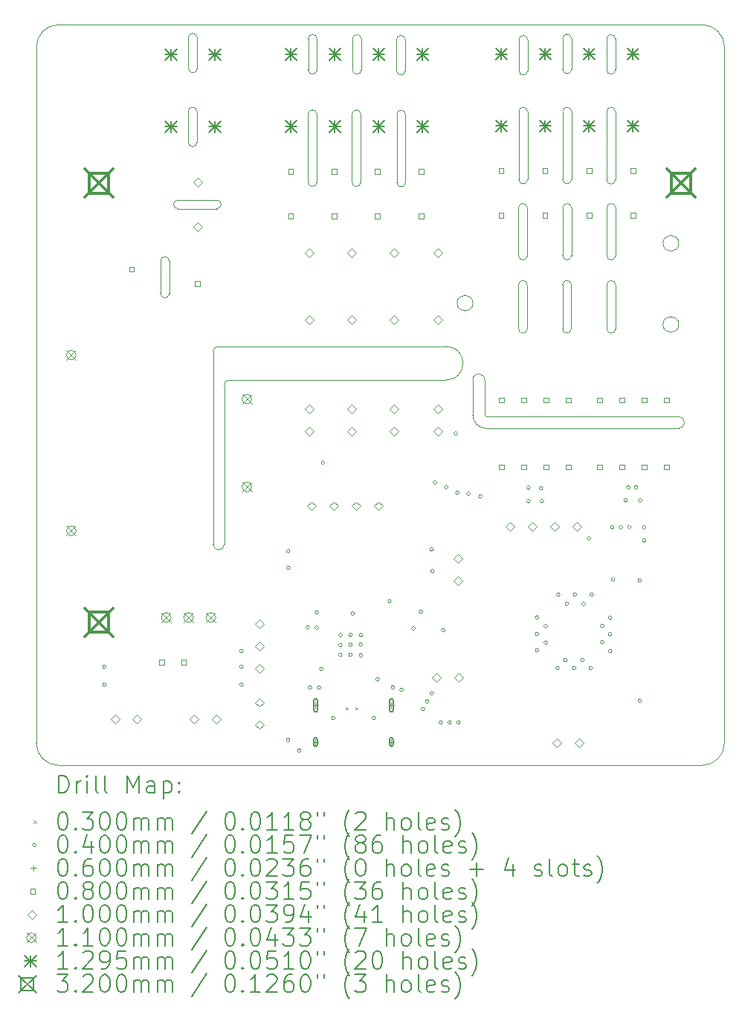
<source format=gbr>
%FSLAX45Y45*%
G04 Gerber Fmt 4.5, Leading zero omitted, Abs format (unit mm)*
G04 Created by KiCad (PCBNEW (6.0.5)) date 2022-09-21 22:35:17*
%MOMM*%
%LPD*%
G01*
G04 APERTURE LIST*
%TA.AperFunction,Profile*%
%ADD10C,0.050000*%
%TD*%
%TA.AperFunction,Profile*%
%ADD11C,0.100000*%
%TD*%
%ADD12C,0.200000*%
%ADD13C,0.030000*%
%ADD14C,0.040000*%
%ADD15C,0.060000*%
%ADD16C,0.080000*%
%ADD17C,0.100000*%
%ADD18C,0.110000*%
%ADD19C,0.129540*%
%ADD20C,0.320000*%
G04 APERTURE END LIST*
D10*
X10668050Y-11550650D02*
G75*
G03*
X10922050Y-11296650I0J254000D01*
G01*
X10922050Y-11296650D02*
X10922050Y-3371850D01*
X6753950Y-11550850D02*
X3340150Y-11550850D01*
X10402450Y-5607050D02*
G75*
G03*
X10402450Y-5607050I-90000J0D01*
G01*
D11*
X7753950Y-7162800D02*
X5281980Y-7162800D01*
D10*
X10668050Y-3117850D02*
X3340150Y-3117850D01*
D11*
X5154980Y-6781800D02*
X7753950Y-6781800D01*
D10*
X3086150Y-11296650D02*
X3086150Y-3371850D01*
X7753950Y-7162800D02*
G75*
G03*
X7753950Y-6781800I0J190500D01*
G01*
X3086150Y-11296650D02*
G75*
G03*
X3340150Y-11550850I254200J0D01*
G01*
X10668050Y-11550650D02*
X6753950Y-11550850D01*
X10922050Y-3371850D02*
G75*
G03*
X10668050Y-3117850I-254000J0D01*
G01*
X9179905Y-5746455D02*
X9179905Y-5203485D01*
X9580340Y-3280410D02*
X9580340Y-3631250D01*
X8058030Y-6287770D02*
G75*
G03*
X8058030Y-6287770I-90000J0D01*
G01*
X6680475Y-4137930D02*
X6680475Y-4910675D01*
X6181820Y-3280410D02*
X6181820Y-3631250D01*
X8055888Y-7560500D02*
G75*
G03*
X8210300Y-7714912I154412J0D01*
G01*
X8582120Y-3641410D02*
G75*
G03*
X8681770Y-3641410I49825J0D01*
G01*
X8577335Y-5203485D02*
X8577335Y-5746455D01*
X8681770Y-3290570D02*
G75*
G03*
X8582120Y-3290570I-49825J0D01*
G01*
X4815300Y-4105910D02*
X4815300Y-4456750D01*
X8676985Y-5746455D02*
X8676985Y-5203485D01*
X8577335Y-6580500D02*
G75*
G03*
X8676985Y-6580500I49825J0D01*
G01*
X6687280Y-3631250D02*
G75*
G03*
X6786930Y-3631250I49825J0D01*
G01*
X9580635Y-4881490D02*
G75*
G03*
X9680285Y-4881490I49825J0D01*
G01*
X6780125Y-4137930D02*
G75*
G03*
X6680475Y-4137930I-49825J0D01*
G01*
X5154980Y-6781800D02*
G75*
G03*
X5099100Y-6837680I0J-55880D01*
G01*
X10402450Y-6531610D02*
G75*
G03*
X10402450Y-6531610I-90000J0D01*
G01*
X9682825Y-5746455D02*
X9682825Y-5203485D01*
X9080255Y-5746455D02*
G75*
G03*
X9179905Y-5746455I49825J0D01*
G01*
X6786930Y-3280410D02*
G75*
G03*
X6687280Y-3280410I-49825J0D01*
G01*
X9580340Y-3631250D02*
G75*
G03*
X9679990Y-3631250I49825J0D01*
G01*
X5141538Y-5113938D02*
X4698363Y-5113938D01*
X8676985Y-5203485D02*
G75*
G03*
X8577335Y-5203485I-49825J0D01*
G01*
X9580635Y-4108745D02*
X9580635Y-4881490D01*
X9680285Y-4881490D02*
X9680285Y-4108745D01*
X7187660Y-3290570D02*
X7187660Y-3641410D01*
D11*
X8210300Y-7580292D02*
X10400187Y-7580292D01*
D10*
X8190508Y-7160500D02*
G75*
G03*
X8055888Y-7160500I-67310J-3D01*
G01*
X9077715Y-6080500D02*
X9077715Y-6580500D01*
X5281980Y-7162800D02*
G75*
G03*
X5226100Y-7218680I-10J-55870D01*
G01*
X9682825Y-5203485D02*
G75*
G03*
X9583175Y-5203485I-49825J0D01*
G01*
X5099100Y-6837680D02*
X5099100Y-9034780D01*
X7290125Y-4140500D02*
G75*
G03*
X7190475Y-4140500I-49825J0D01*
G01*
X8580950Y-4107570D02*
X8580950Y-4880315D01*
X6180475Y-4910675D02*
G75*
G03*
X6280125Y-4910675I49825J0D01*
G01*
X7190475Y-4140500D02*
X7190475Y-4913245D01*
X4817950Y-3615690D02*
G75*
G03*
X4917600Y-3615690I49825J0D01*
G01*
X6181820Y-3631250D02*
G75*
G03*
X6281470Y-3631250I49825J0D01*
G01*
X9179610Y-3626170D02*
X9179610Y-3275330D01*
X9682825Y-6580500D02*
X9682825Y-6080500D01*
X8577335Y-6080500D02*
X8577335Y-6580500D01*
X9680285Y-4108745D02*
G75*
G03*
X9580635Y-4108745I-49825J0D01*
G01*
X8582120Y-3290570D02*
X8582120Y-3641410D01*
X9583175Y-6080500D02*
X9583175Y-6580500D01*
X4499660Y-6178375D02*
G75*
G03*
X4599310Y-6178375I49825J0D01*
G01*
D11*
X10400187Y-7714912D02*
X8210300Y-7714912D01*
D10*
X9179905Y-4878950D02*
X9179905Y-4106205D01*
X8580950Y-4880315D02*
G75*
G03*
X8680600Y-4880315I49825J0D01*
G01*
X4917600Y-3264850D02*
G75*
G03*
X4817950Y-3264850I-49825J0D01*
G01*
X6680475Y-4910675D02*
G75*
G03*
X6780125Y-4910675I49825J0D01*
G01*
X4917600Y-3615690D02*
X4917600Y-3264850D01*
X5141538Y-5213583D02*
G75*
G03*
X5141538Y-5113938I3J49823D01*
G01*
X4914950Y-4456750D02*
X4914950Y-4105910D01*
X8680600Y-4880315D02*
X8680600Y-4107570D01*
X4914950Y-4105910D02*
G75*
G03*
X4815300Y-4105910I-49825J0D01*
G01*
X4815300Y-4456750D02*
G75*
G03*
X4914950Y-4456750I49825J0D01*
G01*
X7287310Y-3641410D02*
X7287310Y-3290570D01*
X6687280Y-3280410D02*
X6687280Y-3631250D01*
X9080255Y-5203485D02*
X9080255Y-5746455D01*
X7287310Y-3290570D02*
G75*
G03*
X7187660Y-3290570I-49825J0D01*
G01*
X8577335Y-5746455D02*
G75*
G03*
X8676985Y-5746455I49825J0D01*
G01*
X3340150Y-3117850D02*
G75*
G03*
X3086150Y-3371850I0J-254000D01*
G01*
X4698363Y-5113933D02*
G75*
G03*
X4698363Y-5213588I-3J-49828D01*
G01*
X4499660Y-5810425D02*
X4499660Y-6178375D01*
X9080255Y-4106205D02*
X9080255Y-4878950D01*
X6786930Y-3631250D02*
X6786930Y-3280410D01*
X6280125Y-4137930D02*
G75*
G03*
X6180475Y-4137930I-49825J0D01*
G01*
X9179905Y-5203485D02*
G75*
G03*
X9080255Y-5203485I-49825J0D01*
G01*
X9079960Y-3626170D02*
G75*
G03*
X9179610Y-3626170I49825J0D01*
G01*
X9179610Y-3275330D02*
G75*
G03*
X9079960Y-3275330I-49825J0D01*
G01*
X5099100Y-9034780D02*
G75*
G03*
X5226100Y-9034780I63500J1561D01*
G01*
X9682825Y-6080500D02*
G75*
G03*
X9583175Y-6080500I-49825J0D01*
G01*
X9583175Y-5746455D02*
G75*
G03*
X9682825Y-5746455I49825J0D01*
G01*
X9080255Y-4878950D02*
G75*
G03*
X9179905Y-4878950I49825J0D01*
G01*
X8190508Y-7560500D02*
G75*
G03*
X8210300Y-7580292I19792J0D01*
G01*
X9077715Y-6580500D02*
G75*
G03*
X9177365Y-6580500I49825J0D01*
G01*
X9679990Y-3631250D02*
X9679990Y-3280410D01*
X9179905Y-4106205D02*
G75*
G03*
X9080255Y-4106205I-49825J0D01*
G01*
X6281470Y-3280410D02*
G75*
G03*
X6181820Y-3280410I-49825J0D01*
G01*
X6281470Y-3631250D02*
X6281470Y-3280410D01*
X4817950Y-3264850D02*
X4817950Y-3615690D01*
X7190475Y-4913245D02*
G75*
G03*
X7290125Y-4913245I49825J0D01*
G01*
X9583175Y-5203485D02*
X9583175Y-5746455D01*
X8676985Y-6580500D02*
X8676985Y-6080500D01*
X8055888Y-7560500D02*
X8055888Y-7160500D01*
X4599310Y-5810425D02*
G75*
G03*
X4499660Y-5810425I-49825J0D01*
G01*
X6280125Y-4910675D02*
X6280125Y-4137930D01*
X10400187Y-7714908D02*
G75*
G03*
X10400187Y-7580292I3J67308D01*
G01*
X8190508Y-7160500D02*
X8190508Y-7560500D01*
X8676985Y-6080500D02*
G75*
G03*
X8577335Y-6080500I-49825J0D01*
G01*
X9177365Y-6080500D02*
G75*
G03*
X9077715Y-6080500I-49825J0D01*
G01*
X9679990Y-3280410D02*
G75*
G03*
X9580340Y-3280410I-49825J0D01*
G01*
X7187660Y-3641410D02*
G75*
G03*
X7287310Y-3641410I49825J0D01*
G01*
X4599310Y-6178375D02*
X4599310Y-5810425D01*
X9079960Y-3275330D02*
X9079960Y-3626170D01*
X9177365Y-6580500D02*
X9177365Y-6080500D01*
X8681770Y-3641410D02*
X8681770Y-3290570D01*
X6780125Y-4910675D02*
X6780125Y-4137930D01*
X5226100Y-9034780D02*
X5226100Y-7218680D01*
X4698363Y-5213588D02*
X5141538Y-5213588D01*
X6180475Y-4137930D02*
X6180475Y-4910675D01*
X8680600Y-4107570D02*
G75*
G03*
X8580950Y-4107570I-49825J0D01*
G01*
X7290125Y-4913245D02*
X7290125Y-4140500D01*
X9583175Y-6580500D02*
G75*
G03*
X9682825Y-6580500I49825J0D01*
G01*
D12*
D13*
X6605600Y-10887950D02*
X6635600Y-10917950D01*
X6635600Y-10887950D02*
X6605600Y-10917950D01*
X6716050Y-10887950D02*
X6746050Y-10917950D01*
X6746050Y-10887950D02*
X6716050Y-10917950D01*
D14*
X3880800Y-10426700D02*
G75*
G03*
X3880800Y-10426700I-20000J0D01*
G01*
X3880800Y-10629900D02*
G75*
G03*
X3880800Y-10629900I-20000J0D01*
G01*
X5442900Y-10248900D02*
G75*
G03*
X5442900Y-10248900I-20000J0D01*
G01*
X5442900Y-10426700D02*
G75*
G03*
X5442900Y-10426700I-20000J0D01*
G01*
X5442900Y-10629900D02*
G75*
G03*
X5442900Y-10629900I-20000J0D01*
G01*
X5972950Y-11263850D02*
G75*
G03*
X5972950Y-11263850I-20000J0D01*
G01*
X5975300Y-9111200D02*
G75*
G03*
X5975300Y-9111200I-20000J0D01*
G01*
X5975300Y-9301700D02*
G75*
G03*
X5975300Y-9301700I-20000J0D01*
G01*
X6100950Y-11380850D02*
G75*
G03*
X6100950Y-11380850I-20000J0D01*
G01*
X6196950Y-9981050D02*
G75*
G03*
X6196950Y-9981050I-20000J0D01*
G01*
X6222730Y-10666730D02*
G75*
G03*
X6222730Y-10666730I-20000J0D01*
G01*
X6298698Y-9981890D02*
G75*
G03*
X6298698Y-9981890I-20000J0D01*
G01*
X6298882Y-9809492D02*
G75*
G03*
X6298882Y-9809492I-20000J0D01*
G01*
X6325950Y-10664850D02*
G75*
G03*
X6325950Y-10664850I-20000J0D01*
G01*
X6351510Y-10451390D02*
G75*
G03*
X6351510Y-10451390I-20000J0D01*
G01*
X6368780Y-8102600D02*
G75*
G03*
X6368780Y-8102600I-20000J0D01*
G01*
X6488600Y-11010578D02*
G75*
G03*
X6488600Y-11010578I-20000J0D01*
G01*
X6568950Y-10290890D02*
G75*
G03*
X6568950Y-10290890I-20000J0D01*
G01*
X6569950Y-10180450D02*
G75*
G03*
X6569950Y-10180450I-20000J0D01*
G01*
X6570790Y-10068690D02*
G75*
G03*
X6570790Y-10068690I-20000J0D01*
G01*
X6682550Y-10066150D02*
G75*
G03*
X6682550Y-10066150I-20000J0D01*
G01*
X6682550Y-10177910D02*
G75*
G03*
X6682550Y-10177910I-20000J0D01*
G01*
X6682950Y-10290890D02*
G75*
G03*
X6682950Y-10290890I-20000J0D01*
G01*
X6709384Y-9821989D02*
G75*
G03*
X6709384Y-9821989I-20000J0D01*
G01*
X6799390Y-10175370D02*
G75*
G03*
X6799390Y-10175370I-20000J0D01*
G01*
X6800950Y-10297890D02*
G75*
G03*
X6800950Y-10297890I-20000J0D01*
G01*
X6801930Y-10066150D02*
G75*
G03*
X6801930Y-10066150I-20000J0D01*
G01*
X6950300Y-11010500D02*
G75*
G03*
X6950300Y-11010500I-20000J0D01*
G01*
X6992410Y-10570590D02*
G75*
G03*
X6992410Y-10570590I-20000J0D01*
G01*
X7128812Y-9681908D02*
G75*
G03*
X7128812Y-9681908I-20000J0D01*
G01*
X7167610Y-10661650D02*
G75*
G03*
X7167610Y-10661650I-20000J0D01*
G01*
X7264130Y-10692130D02*
G75*
G03*
X7264130Y-10692130I-20000J0D01*
G01*
X7400300Y-9990500D02*
G75*
G03*
X7400300Y-9990500I-20000J0D01*
G01*
X7486380Y-9801860D02*
G75*
G03*
X7486380Y-9801860I-20000J0D01*
G01*
X7507970Y-10910570D02*
G75*
G03*
X7507970Y-10910570I-20000J0D01*
G01*
X7556230Y-10821670D02*
G75*
G03*
X7556230Y-10821670I-20000J0D01*
G01*
X7608300Y-9093200D02*
G75*
G03*
X7608300Y-9093200I-20000J0D01*
G01*
X7609570Y-10730230D02*
G75*
G03*
X7609570Y-10730230I-20000J0D01*
G01*
X7616950Y-9339580D02*
G75*
G03*
X7616950Y-9339580I-20000J0D01*
G01*
X7646400Y-8331200D02*
G75*
G03*
X7646400Y-8331200I-20000J0D01*
G01*
X7709900Y-11061700D02*
G75*
G03*
X7709900Y-11061700I-20000J0D01*
G01*
X7740300Y-10010500D02*
G75*
G03*
X7740300Y-10010500I-20000J0D01*
G01*
X7773400Y-8382000D02*
G75*
G03*
X7773400Y-8382000I-20000J0D01*
G01*
X7811500Y-11061700D02*
G75*
G03*
X7811500Y-11061700I-20000J0D01*
G01*
X7881300Y-7772400D02*
G75*
G03*
X7881300Y-7772400I-20000J0D01*
G01*
X7900400Y-8445500D02*
G75*
G03*
X7900400Y-8445500I-20000J0D01*
G01*
X7913100Y-11061700D02*
G75*
G03*
X7913100Y-11061700I-20000J0D01*
G01*
X8027400Y-8458200D02*
G75*
G03*
X8027400Y-8458200I-20000J0D01*
G01*
X8162351Y-8488349D02*
G75*
G03*
X8162351Y-8488349I-20000J0D01*
G01*
X8710660Y-8389620D02*
G75*
G03*
X8710660Y-8389620I-20000J0D01*
G01*
X8710660Y-8542020D02*
G75*
G03*
X8710660Y-8542020I-20000J0D01*
G01*
X8808450Y-9866630D02*
G75*
G03*
X8808450Y-9866630I-20000J0D01*
G01*
X8808450Y-10054590D02*
G75*
G03*
X8808450Y-10054590I-20000J0D01*
G01*
X8808450Y-10242550D02*
G75*
G03*
X8808450Y-10242550I-20000J0D01*
G01*
X8852900Y-8394700D02*
G75*
G03*
X8852900Y-8394700I-20000J0D01*
G01*
X8863060Y-8542020D02*
G75*
G03*
X8863060Y-8542020I-20000J0D01*
G01*
X8907510Y-9965690D02*
G75*
G03*
X8907510Y-9965690I-20000J0D01*
G01*
X8907510Y-10153650D02*
G75*
G03*
X8907510Y-10153650I-20000J0D01*
G01*
X9042130Y-10445750D02*
G75*
G03*
X9042130Y-10445750I-20000J0D01*
G01*
X9050300Y-9607550D02*
G75*
G03*
X9050300Y-9607550I-20000J0D01*
G01*
X9131030Y-10351770D02*
G75*
G03*
X9131030Y-10351770I-20000J0D01*
G01*
X9146270Y-9711690D02*
G75*
G03*
X9146270Y-9711690I-20000J0D01*
G01*
X9230090Y-10445750D02*
G75*
G03*
X9230090Y-10445750I-20000J0D01*
G01*
X9240300Y-9607550D02*
G75*
G03*
X9240300Y-9607550I-20000J0D01*
G01*
X9324070Y-10351770D02*
G75*
G03*
X9324070Y-10351770I-20000J0D01*
G01*
X9339310Y-9711690D02*
G75*
G03*
X9339310Y-9711690I-20000J0D01*
G01*
X9399000Y-8966200D02*
G75*
G03*
X9399000Y-8966200I-20000J0D01*
G01*
X9418050Y-10445750D02*
G75*
G03*
X9418050Y-10445750I-20000J0D01*
G01*
X9430300Y-9607550D02*
G75*
G03*
X9430300Y-9607550I-20000J0D01*
G01*
X9550300Y-9963150D02*
G75*
G03*
X9550300Y-9963150I-20000J0D01*
G01*
X9550300Y-10150500D02*
G75*
G03*
X9550300Y-10150500I-20000J0D01*
G01*
X9640300Y-9870500D02*
G75*
G03*
X9640300Y-9870500I-20000J0D01*
G01*
X9640300Y-10057130D02*
G75*
G03*
X9640300Y-10057130I-20000J0D01*
G01*
X9640300Y-10250500D02*
G75*
G03*
X9640300Y-10250500I-20000J0D01*
G01*
X9665700Y-8839200D02*
G75*
G03*
X9665700Y-8839200I-20000J0D01*
G01*
X9673950Y-9432850D02*
G75*
G03*
X9673950Y-9432850I-20000J0D01*
G01*
X9763490Y-8839200D02*
G75*
G03*
X9763490Y-8839200I-20000J0D01*
G01*
X9818100Y-8534400D02*
G75*
G03*
X9818100Y-8534400I-20000J0D01*
G01*
X9848580Y-8384540D02*
G75*
G03*
X9848580Y-8384540I-20000J0D01*
G01*
X9857470Y-8839200D02*
G75*
G03*
X9857470Y-8839200I-20000J0D01*
G01*
X9934940Y-8384540D02*
G75*
G03*
X9934940Y-8384540I-20000J0D01*
G01*
X9975950Y-10814850D02*
G75*
G03*
X9975950Y-10814850I-20000J0D01*
G01*
X9976850Y-9444990D02*
G75*
G03*
X9976850Y-9444990I-20000J0D01*
G01*
X9983200Y-8534400D02*
G75*
G03*
X9983200Y-8534400I-20000J0D01*
G01*
X10026380Y-8839200D02*
G75*
G03*
X10026380Y-8839200I-20000J0D01*
G01*
X10028700Y-8991600D02*
G75*
G03*
X10028700Y-8991600I-20000J0D01*
G01*
D15*
X6265600Y-10837590D02*
X6265600Y-10897590D01*
X6235600Y-10867590D02*
X6295600Y-10867590D01*
D12*
X6245600Y-10812590D02*
X6245600Y-10922590D01*
X6285600Y-10812590D02*
X6285600Y-10922590D01*
X6245600Y-10922590D02*
G75*
G03*
X6285600Y-10922590I20000J0D01*
G01*
X6285600Y-10812590D02*
G75*
G03*
X6245600Y-10812590I-20000J0D01*
G01*
D15*
X6265600Y-11255590D02*
X6265600Y-11315590D01*
X6235600Y-11285590D02*
X6295600Y-11285590D01*
D12*
X6245600Y-11255590D02*
X6245600Y-11315590D01*
X6285600Y-11255590D02*
X6285600Y-11315590D01*
X6245600Y-11315590D02*
G75*
G03*
X6285600Y-11315590I20000J0D01*
G01*
X6285600Y-11255590D02*
G75*
G03*
X6245600Y-11255590I-20000J0D01*
G01*
D15*
X7129600Y-10837590D02*
X7129600Y-10897590D01*
X7099600Y-10867590D02*
X7159600Y-10867590D01*
D12*
X7109600Y-10812590D02*
X7109600Y-10922590D01*
X7149600Y-10812590D02*
X7149600Y-10922590D01*
X7109600Y-10922590D02*
G75*
G03*
X7149600Y-10922590I20000J0D01*
G01*
X7149600Y-10812590D02*
G75*
G03*
X7109600Y-10812590I-20000J0D01*
G01*
D15*
X7129600Y-11255590D02*
X7129600Y-11315590D01*
X7099600Y-11285590D02*
X7159600Y-11285590D01*
D12*
X7109600Y-11255590D02*
X7109600Y-11315590D01*
X7149600Y-11255590D02*
X7149600Y-11315590D01*
X7109600Y-11315590D02*
G75*
G03*
X7149600Y-11315590I20000J0D01*
G01*
X7149600Y-11255590D02*
G75*
G03*
X7109600Y-11255590I-20000J0D01*
G01*
D16*
X4198665Y-5929429D02*
X4198665Y-5872860D01*
X4142095Y-5872860D01*
X4142095Y-5929429D01*
X4198665Y-5929429D01*
X4543185Y-10404185D02*
X4543185Y-10347616D01*
X4486616Y-10347616D01*
X4486616Y-10404185D01*
X4543185Y-10404185D01*
X4793185Y-10404185D02*
X4793185Y-10347616D01*
X4736616Y-10347616D01*
X4736616Y-10404185D01*
X4793185Y-10404185D01*
X4948665Y-6092762D02*
X4948665Y-6036193D01*
X4892096Y-6036193D01*
X4892096Y-6092762D01*
X4948665Y-6092762D01*
X6009984Y-4816185D02*
X6009984Y-4759616D01*
X5953415Y-4759616D01*
X5953415Y-4816185D01*
X6009984Y-4816185D01*
X6009984Y-5324185D02*
X6009984Y-5267616D01*
X5953415Y-5267616D01*
X5953415Y-5324185D01*
X6009984Y-5324185D01*
X6505284Y-4816185D02*
X6505284Y-4759616D01*
X6448715Y-4759616D01*
X6448715Y-4816185D01*
X6505284Y-4816185D01*
X6505284Y-5324185D02*
X6505284Y-5267616D01*
X6448715Y-5267616D01*
X6448715Y-5324185D01*
X6505284Y-5324185D01*
X6997284Y-4816185D02*
X6997284Y-4759616D01*
X6940715Y-4759616D01*
X6940715Y-4816185D01*
X6997284Y-4816185D01*
X6997284Y-5324185D02*
X6997284Y-5267616D01*
X6940715Y-5267616D01*
X6940715Y-5324185D01*
X6997284Y-5324185D01*
X7497284Y-4816185D02*
X7497284Y-4759616D01*
X7440715Y-4759616D01*
X7440715Y-4816185D01*
X7497284Y-4816185D01*
X7497284Y-5324185D02*
X7497284Y-5267616D01*
X7440715Y-5267616D01*
X7440715Y-5324185D01*
X7497284Y-5324185D01*
X8407795Y-4809835D02*
X8407795Y-4753266D01*
X8351225Y-4753266D01*
X8351225Y-4809835D01*
X8407795Y-4809835D01*
X8407795Y-5317835D02*
X8407795Y-5261266D01*
X8351225Y-5261266D01*
X8351225Y-5317835D01*
X8407795Y-5317835D01*
X8411712Y-7420616D02*
X8411712Y-7364047D01*
X8355143Y-7364047D01*
X8355143Y-7420616D01*
X8411712Y-7420616D01*
X8411712Y-8182616D02*
X8411712Y-8126047D01*
X8355143Y-8126047D01*
X8355143Y-8182616D01*
X8411712Y-8182616D01*
X8665712Y-7420616D02*
X8665712Y-7364047D01*
X8609143Y-7364047D01*
X8609143Y-7420616D01*
X8665712Y-7420616D01*
X8665712Y-8182616D02*
X8665712Y-8126047D01*
X8609143Y-8126047D01*
X8609143Y-8182616D01*
X8665712Y-8182616D01*
X8905635Y-4809835D02*
X8905635Y-4753266D01*
X8849066Y-4753266D01*
X8849066Y-4809835D01*
X8905635Y-4809835D01*
X8905635Y-5317835D02*
X8905635Y-5261266D01*
X8849066Y-5261266D01*
X8849066Y-5317835D01*
X8905635Y-5317835D01*
X8919712Y-7420616D02*
X8919712Y-7364047D01*
X8863143Y-7364047D01*
X8863143Y-7420616D01*
X8919712Y-7420616D01*
X8919712Y-8182616D02*
X8919712Y-8126047D01*
X8863143Y-8126047D01*
X8863143Y-8182616D01*
X8919712Y-8182616D01*
X9173712Y-7420616D02*
X9173712Y-7364047D01*
X9117143Y-7364047D01*
X9117143Y-7420616D01*
X9173712Y-7420616D01*
X9173712Y-8182616D02*
X9173712Y-8126047D01*
X9117143Y-8126047D01*
X9117143Y-8182616D01*
X9173712Y-8182616D01*
X9408555Y-4809835D02*
X9408555Y-4753266D01*
X9351986Y-4753266D01*
X9351986Y-4809835D01*
X9408555Y-4809835D01*
X9408555Y-5317835D02*
X9408555Y-5261266D01*
X9351986Y-5261266D01*
X9351986Y-5317835D01*
X9408555Y-5317835D01*
X9529312Y-7420616D02*
X9529312Y-7364047D01*
X9472743Y-7364047D01*
X9472743Y-7420616D01*
X9529312Y-7420616D01*
X9529312Y-8182616D02*
X9529312Y-8126047D01*
X9472743Y-8126047D01*
X9472743Y-8182616D01*
X9529312Y-8182616D01*
X9783312Y-7420616D02*
X9783312Y-7364047D01*
X9726743Y-7364047D01*
X9726743Y-7420616D01*
X9783312Y-7420616D01*
X9783312Y-8182616D02*
X9783312Y-8126047D01*
X9726743Y-8126047D01*
X9726743Y-8182616D01*
X9783312Y-8182616D01*
X9911475Y-4809835D02*
X9911475Y-4753266D01*
X9854906Y-4753266D01*
X9854906Y-4809835D01*
X9911475Y-4809835D01*
X9911475Y-5317835D02*
X9911475Y-5261266D01*
X9854906Y-5261266D01*
X9854906Y-5317835D01*
X9911475Y-5317835D01*
X10037312Y-7420616D02*
X10037312Y-7364047D01*
X9980743Y-7364047D01*
X9980743Y-7420616D01*
X10037312Y-7420616D01*
X10037312Y-8182616D02*
X10037312Y-8126047D01*
X9980743Y-8126047D01*
X9980743Y-8182616D01*
X10037312Y-8182616D01*
X10291312Y-7420616D02*
X10291312Y-7364047D01*
X10234743Y-7364047D01*
X10234743Y-7420616D01*
X10291312Y-7420616D01*
X10291312Y-8182616D02*
X10291312Y-8126047D01*
X10234743Y-8126047D01*
X10234743Y-8182616D01*
X10291312Y-8182616D01*
D17*
X3983500Y-11071900D02*
X4033500Y-11021900D01*
X3983500Y-10971900D01*
X3933500Y-11021900D01*
X3983500Y-11071900D01*
X4233500Y-11071900D02*
X4283500Y-11021900D01*
X4233500Y-10971900D01*
X4183500Y-11021900D01*
X4233500Y-11071900D01*
X4883200Y-11071900D02*
X4933200Y-11021900D01*
X4883200Y-10971900D01*
X4833200Y-11021900D01*
X4883200Y-11071900D01*
X4923950Y-5466850D02*
X4973950Y-5416850D01*
X4923950Y-5366850D01*
X4873950Y-5416850D01*
X4923950Y-5466850D01*
X4924950Y-4958850D02*
X4974950Y-4908850D01*
X4924950Y-4858850D01*
X4874950Y-4908850D01*
X4924950Y-4958850D01*
X5133200Y-11071900D02*
X5183200Y-11021900D01*
X5133200Y-10971900D01*
X5083200Y-11021900D01*
X5133200Y-11071900D01*
X5626150Y-9989020D02*
X5676150Y-9939020D01*
X5626150Y-9889020D01*
X5576150Y-9939020D01*
X5626150Y-9989020D01*
X5626150Y-10243020D02*
X5676150Y-10193020D01*
X5626150Y-10143020D01*
X5576150Y-10193020D01*
X5626150Y-10243020D01*
X5626150Y-10497020D02*
X5676150Y-10447020D01*
X5626150Y-10397020D01*
X5576150Y-10447020D01*
X5626150Y-10497020D01*
X5626150Y-10884370D02*
X5676150Y-10834370D01*
X5626150Y-10784370D01*
X5576150Y-10834370D01*
X5626150Y-10884370D01*
X5626150Y-11138370D02*
X5676150Y-11088370D01*
X5626150Y-11038370D01*
X5576150Y-11088370D01*
X5626150Y-11138370D01*
X6197600Y-5765000D02*
X6247600Y-5715000D01*
X6197600Y-5665000D01*
X6147600Y-5715000D01*
X6197600Y-5765000D01*
X6197600Y-6527000D02*
X6247600Y-6477000D01*
X6197600Y-6427000D01*
X6147600Y-6477000D01*
X6197600Y-6527000D01*
X6197600Y-7543000D02*
X6247600Y-7493000D01*
X6197600Y-7443000D01*
X6147600Y-7493000D01*
X6197600Y-7543000D01*
X6197600Y-7797000D02*
X6247600Y-7747000D01*
X6197600Y-7697000D01*
X6147600Y-7747000D01*
X6197600Y-7797000D01*
X6216700Y-8647900D02*
X6266700Y-8597900D01*
X6216700Y-8547900D01*
X6166700Y-8597900D01*
X6216700Y-8647900D01*
X6470700Y-8647900D02*
X6520700Y-8597900D01*
X6470700Y-8547900D01*
X6420700Y-8597900D01*
X6470700Y-8647900D01*
X6680200Y-5765000D02*
X6730200Y-5715000D01*
X6680200Y-5665000D01*
X6630200Y-5715000D01*
X6680200Y-5765000D01*
X6680200Y-6527000D02*
X6730200Y-6477000D01*
X6680200Y-6427000D01*
X6630200Y-6477000D01*
X6680200Y-6527000D01*
X6680200Y-7543000D02*
X6730200Y-7493000D01*
X6680200Y-7443000D01*
X6630200Y-7493000D01*
X6680200Y-7543000D01*
X6680200Y-7797000D02*
X6730200Y-7747000D01*
X6680200Y-7697000D01*
X6630200Y-7747000D01*
X6680200Y-7797000D01*
X6724700Y-8647900D02*
X6774700Y-8597900D01*
X6724700Y-8547900D01*
X6674700Y-8597900D01*
X6724700Y-8647900D01*
X6978700Y-8647900D02*
X7028700Y-8597900D01*
X6978700Y-8547900D01*
X6928700Y-8597900D01*
X6978700Y-8647900D01*
X7162800Y-5765000D02*
X7212800Y-5715000D01*
X7162800Y-5665000D01*
X7112800Y-5715000D01*
X7162800Y-5765000D01*
X7162800Y-6527000D02*
X7212800Y-6477000D01*
X7162800Y-6427000D01*
X7112800Y-6477000D01*
X7162800Y-6527000D01*
X7162800Y-7543000D02*
X7212800Y-7493000D01*
X7162800Y-7443000D01*
X7112800Y-7493000D01*
X7162800Y-7543000D01*
X7162800Y-7797000D02*
X7212800Y-7747000D01*
X7162800Y-7697000D01*
X7112800Y-7747000D01*
X7162800Y-7797000D01*
X7640370Y-10602430D02*
X7690370Y-10552430D01*
X7640370Y-10502430D01*
X7590370Y-10552430D01*
X7640370Y-10602430D01*
X7658100Y-5765000D02*
X7708100Y-5715000D01*
X7658100Y-5665000D01*
X7608100Y-5715000D01*
X7658100Y-5765000D01*
X7658100Y-6527000D02*
X7708100Y-6477000D01*
X7658100Y-6427000D01*
X7608100Y-6477000D01*
X7658100Y-6527000D01*
X7658100Y-7543000D02*
X7708100Y-7493000D01*
X7658100Y-7443000D01*
X7608100Y-7493000D01*
X7658100Y-7543000D01*
X7658100Y-7797000D02*
X7708100Y-7747000D01*
X7658100Y-7697000D01*
X7608100Y-7747000D01*
X7658100Y-7797000D01*
X7888020Y-9242260D02*
X7938020Y-9192260D01*
X7888020Y-9142260D01*
X7838020Y-9192260D01*
X7888020Y-9242260D01*
X7888020Y-9496260D02*
X7938020Y-9446260D01*
X7888020Y-9396260D01*
X7838020Y-9446260D01*
X7888020Y-9496260D01*
X7894370Y-10602430D02*
X7944370Y-10552430D01*
X7894370Y-10502430D01*
X7844370Y-10552430D01*
X7894370Y-10602430D01*
X8478300Y-8884160D02*
X8528300Y-8834160D01*
X8478300Y-8784160D01*
X8428300Y-8834160D01*
X8478300Y-8884160D01*
X8732300Y-8884160D02*
X8782300Y-8834160D01*
X8732300Y-8784160D01*
X8682300Y-8834160D01*
X8732300Y-8884160D01*
X8986300Y-8884160D02*
X9036300Y-8834160D01*
X8986300Y-8784160D01*
X8936300Y-8834160D01*
X8986300Y-8884160D01*
X9014510Y-11346650D02*
X9064510Y-11296650D01*
X9014510Y-11246650D01*
X8964510Y-11296650D01*
X9014510Y-11346650D01*
X9240300Y-8884160D02*
X9290300Y-8834160D01*
X9240300Y-8784160D01*
X9190300Y-8834160D01*
X9240300Y-8884160D01*
X9268510Y-11346650D02*
X9318510Y-11296650D01*
X9268510Y-11246650D01*
X9218510Y-11296650D01*
X9268510Y-11346650D01*
D18*
X3428910Y-6825500D02*
X3538910Y-6935500D01*
X3538910Y-6825500D02*
X3428910Y-6935500D01*
X3538910Y-6880500D02*
G75*
G03*
X3538910Y-6880500I-55000J0D01*
G01*
X3428910Y-8825500D02*
X3538910Y-8935500D01*
X3538910Y-8825500D02*
X3428910Y-8935500D01*
X3538910Y-8880500D02*
G75*
G03*
X3538910Y-8880500I-55000J0D01*
G01*
X4510700Y-9812900D02*
X4620700Y-9922900D01*
X4620700Y-9812900D02*
X4510700Y-9922900D01*
X4620700Y-9867900D02*
G75*
G03*
X4620700Y-9867900I-55000J0D01*
G01*
X4764700Y-9812900D02*
X4874700Y-9922900D01*
X4874700Y-9812900D02*
X4764700Y-9922900D01*
X4874700Y-9867900D02*
G75*
G03*
X4874700Y-9867900I-55000J0D01*
G01*
X5018700Y-9812900D02*
X5128700Y-9922900D01*
X5128700Y-9812900D02*
X5018700Y-9922900D01*
X5128700Y-9867900D02*
G75*
G03*
X5128700Y-9867900I-55000J0D01*
G01*
X5428910Y-7325500D02*
X5538910Y-7435500D01*
X5538910Y-7325500D02*
X5428910Y-7435500D01*
X5538910Y-7380500D02*
G75*
G03*
X5538910Y-7380500I-55000J0D01*
G01*
X5428910Y-8325500D02*
X5538910Y-8435500D01*
X5538910Y-8325500D02*
X5428910Y-8435500D01*
X5538910Y-8380500D02*
G75*
G03*
X5538910Y-8380500I-55000J0D01*
G01*
D19*
X4555540Y-3393440D02*
X4685080Y-3522980D01*
X4685080Y-3393440D02*
X4555540Y-3522980D01*
X4620310Y-3393440D02*
X4620310Y-3522980D01*
X4555540Y-3458210D02*
X4685080Y-3458210D01*
X4555540Y-4213440D02*
X4685080Y-4342980D01*
X4685080Y-4213440D02*
X4555540Y-4342980D01*
X4620310Y-4213440D02*
X4620310Y-4342980D01*
X4555540Y-4278210D02*
X4685080Y-4278210D01*
X5055540Y-3393440D02*
X5185080Y-3522980D01*
X5185080Y-3393440D02*
X5055540Y-3522980D01*
X5120310Y-3393440D02*
X5120310Y-3522980D01*
X5055540Y-3458210D02*
X5185080Y-3458210D01*
X5055540Y-4213440D02*
X5185080Y-4342980D01*
X5185080Y-4213440D02*
X5055540Y-4342980D01*
X5120310Y-4213440D02*
X5120310Y-4342980D01*
X5055540Y-4278210D02*
X5185080Y-4278210D01*
X5920180Y-3391080D02*
X6049720Y-3520620D01*
X6049720Y-3391080D02*
X5920180Y-3520620D01*
X5984950Y-3391080D02*
X5984950Y-3520620D01*
X5920180Y-3455850D02*
X6049720Y-3455850D01*
X5920180Y-4211080D02*
X6049720Y-4340620D01*
X6049720Y-4211080D02*
X5920180Y-4340620D01*
X5984950Y-4211080D02*
X5984950Y-4340620D01*
X5920180Y-4275850D02*
X6049720Y-4275850D01*
X6420180Y-3391080D02*
X6549720Y-3520620D01*
X6549720Y-3391080D02*
X6420180Y-3520620D01*
X6484950Y-3391080D02*
X6484950Y-3520620D01*
X6420180Y-3455850D02*
X6549720Y-3455850D01*
X6420180Y-4211080D02*
X6549720Y-4340620D01*
X6549720Y-4211080D02*
X6420180Y-4340620D01*
X6484950Y-4211080D02*
X6484950Y-4340620D01*
X6420180Y-4275850D02*
X6549720Y-4275850D01*
X6920180Y-3391080D02*
X7049720Y-3520620D01*
X7049720Y-3391080D02*
X6920180Y-3520620D01*
X6984950Y-3391080D02*
X6984950Y-3520620D01*
X6920180Y-3455850D02*
X7049720Y-3455850D01*
X6920180Y-4211080D02*
X7049720Y-4340620D01*
X7049720Y-4211080D02*
X6920180Y-4340620D01*
X6984950Y-4211080D02*
X6984950Y-4340620D01*
X6920180Y-4275850D02*
X7049720Y-4275850D01*
X7420180Y-3391080D02*
X7549720Y-3520620D01*
X7549720Y-3391080D02*
X7420180Y-3520620D01*
X7484950Y-3391080D02*
X7484950Y-3520620D01*
X7420180Y-3455850D02*
X7549720Y-3455850D01*
X7420180Y-4211080D02*
X7549720Y-4340620D01*
X7549720Y-4211080D02*
X7420180Y-4340620D01*
X7484950Y-4211080D02*
X7484950Y-4340620D01*
X7420180Y-4275850D02*
X7549720Y-4275850D01*
X8316180Y-3387080D02*
X8445720Y-3516620D01*
X8445720Y-3387080D02*
X8316180Y-3516620D01*
X8380950Y-3387080D02*
X8380950Y-3516620D01*
X8316180Y-3451850D02*
X8445720Y-3451850D01*
X8316180Y-4207080D02*
X8445720Y-4336620D01*
X8445720Y-4207080D02*
X8316180Y-4336620D01*
X8380950Y-4207080D02*
X8380950Y-4336620D01*
X8316180Y-4271850D02*
X8445720Y-4271850D01*
X8816180Y-3387080D02*
X8945720Y-3516620D01*
X8945720Y-3387080D02*
X8816180Y-3516620D01*
X8880950Y-3387080D02*
X8880950Y-3516620D01*
X8816180Y-3451850D02*
X8945720Y-3451850D01*
X8816180Y-4207080D02*
X8945720Y-4336620D01*
X8945720Y-4207080D02*
X8816180Y-4336620D01*
X8880950Y-4207080D02*
X8880950Y-4336620D01*
X8816180Y-4271850D02*
X8945720Y-4271850D01*
X9316180Y-3387080D02*
X9445720Y-3516620D01*
X9445720Y-3387080D02*
X9316180Y-3516620D01*
X9380950Y-3387080D02*
X9380950Y-3516620D01*
X9316180Y-3451850D02*
X9445720Y-3451850D01*
X9316180Y-4207080D02*
X9445720Y-4336620D01*
X9445720Y-4207080D02*
X9316180Y-4336620D01*
X9380950Y-4207080D02*
X9380950Y-4336620D01*
X9316180Y-4271850D02*
X9445720Y-4271850D01*
X9816180Y-3387080D02*
X9945720Y-3516620D01*
X9945720Y-3387080D02*
X9816180Y-3516620D01*
X9880950Y-3387080D02*
X9880950Y-3516620D01*
X9816180Y-3451850D02*
X9945720Y-3451850D01*
X9816180Y-4207080D02*
X9945720Y-4336620D01*
X9945720Y-4207080D02*
X9816180Y-4336620D01*
X9880950Y-4207080D02*
X9880950Y-4336620D01*
X9816180Y-4271850D02*
X9945720Y-4271850D01*
D20*
X3637350Y-4761250D02*
X3957350Y-5081250D01*
X3957350Y-4761250D02*
X3637350Y-5081250D01*
X3910488Y-5034388D02*
X3910488Y-4808112D01*
X3684212Y-4808112D01*
X3684212Y-5034388D01*
X3910488Y-5034388D01*
X3637350Y-9761250D02*
X3957350Y-10081250D01*
X3957350Y-9761250D02*
X3637350Y-10081250D01*
X3910488Y-10034388D02*
X3910488Y-9808112D01*
X3684212Y-9808112D01*
X3684212Y-10034388D01*
X3910488Y-10034388D01*
X10266750Y-4761250D02*
X10586750Y-5081250D01*
X10586750Y-4761250D02*
X10266750Y-5081250D01*
X10539888Y-5034388D02*
X10539888Y-4808112D01*
X10313612Y-4808112D01*
X10313612Y-5034388D01*
X10539888Y-5034388D01*
D12*
X3341269Y-11863826D02*
X3341269Y-11663826D01*
X3388888Y-11663826D01*
X3417459Y-11673350D01*
X3436507Y-11692398D01*
X3446031Y-11711445D01*
X3455555Y-11749540D01*
X3455555Y-11778112D01*
X3446031Y-11816207D01*
X3436507Y-11835255D01*
X3417459Y-11854302D01*
X3388888Y-11863826D01*
X3341269Y-11863826D01*
X3541269Y-11863826D02*
X3541269Y-11730493D01*
X3541269Y-11768588D02*
X3550793Y-11749540D01*
X3560317Y-11740017D01*
X3579364Y-11730493D01*
X3598412Y-11730493D01*
X3665078Y-11863826D02*
X3665078Y-11730493D01*
X3665078Y-11663826D02*
X3655555Y-11673350D01*
X3665078Y-11682874D01*
X3674602Y-11673350D01*
X3665078Y-11663826D01*
X3665078Y-11682874D01*
X3788888Y-11863826D02*
X3769840Y-11854302D01*
X3760317Y-11835255D01*
X3760317Y-11663826D01*
X3893650Y-11863826D02*
X3874602Y-11854302D01*
X3865078Y-11835255D01*
X3865078Y-11663826D01*
X4122221Y-11863826D02*
X4122221Y-11663826D01*
X4188888Y-11806683D01*
X4255555Y-11663826D01*
X4255555Y-11863826D01*
X4436507Y-11863826D02*
X4436507Y-11759064D01*
X4426983Y-11740017D01*
X4407936Y-11730493D01*
X4369840Y-11730493D01*
X4350793Y-11740017D01*
X4436507Y-11854302D02*
X4417460Y-11863826D01*
X4369840Y-11863826D01*
X4350793Y-11854302D01*
X4341269Y-11835255D01*
X4341269Y-11816207D01*
X4350793Y-11797159D01*
X4369840Y-11787636D01*
X4417460Y-11787636D01*
X4436507Y-11778112D01*
X4531745Y-11730493D02*
X4531745Y-11930493D01*
X4531745Y-11740017D02*
X4550793Y-11730493D01*
X4588888Y-11730493D01*
X4607936Y-11740017D01*
X4617460Y-11749540D01*
X4626983Y-11768588D01*
X4626983Y-11825731D01*
X4617460Y-11844778D01*
X4607936Y-11854302D01*
X4588888Y-11863826D01*
X4550793Y-11863826D01*
X4531745Y-11854302D01*
X4712698Y-11844778D02*
X4722221Y-11854302D01*
X4712698Y-11863826D01*
X4703174Y-11854302D01*
X4712698Y-11844778D01*
X4712698Y-11863826D01*
X4712698Y-11740017D02*
X4722221Y-11749540D01*
X4712698Y-11759064D01*
X4703174Y-11749540D01*
X4712698Y-11740017D01*
X4712698Y-11759064D01*
D13*
X3053650Y-12178350D02*
X3083650Y-12208350D01*
X3083650Y-12178350D02*
X3053650Y-12208350D01*
D12*
X3379364Y-12083826D02*
X3398412Y-12083826D01*
X3417459Y-12093350D01*
X3426983Y-12102874D01*
X3436507Y-12121921D01*
X3446031Y-12160017D01*
X3446031Y-12207636D01*
X3436507Y-12245731D01*
X3426983Y-12264778D01*
X3417459Y-12274302D01*
X3398412Y-12283826D01*
X3379364Y-12283826D01*
X3360317Y-12274302D01*
X3350793Y-12264778D01*
X3341269Y-12245731D01*
X3331745Y-12207636D01*
X3331745Y-12160017D01*
X3341269Y-12121921D01*
X3350793Y-12102874D01*
X3360317Y-12093350D01*
X3379364Y-12083826D01*
X3531745Y-12264778D02*
X3541269Y-12274302D01*
X3531745Y-12283826D01*
X3522221Y-12274302D01*
X3531745Y-12264778D01*
X3531745Y-12283826D01*
X3607936Y-12083826D02*
X3731745Y-12083826D01*
X3665078Y-12160017D01*
X3693650Y-12160017D01*
X3712698Y-12169540D01*
X3722221Y-12179064D01*
X3731745Y-12198112D01*
X3731745Y-12245731D01*
X3722221Y-12264778D01*
X3712698Y-12274302D01*
X3693650Y-12283826D01*
X3636507Y-12283826D01*
X3617459Y-12274302D01*
X3607936Y-12264778D01*
X3855555Y-12083826D02*
X3874602Y-12083826D01*
X3893650Y-12093350D01*
X3903174Y-12102874D01*
X3912698Y-12121921D01*
X3922221Y-12160017D01*
X3922221Y-12207636D01*
X3912698Y-12245731D01*
X3903174Y-12264778D01*
X3893650Y-12274302D01*
X3874602Y-12283826D01*
X3855555Y-12283826D01*
X3836507Y-12274302D01*
X3826983Y-12264778D01*
X3817459Y-12245731D01*
X3807936Y-12207636D01*
X3807936Y-12160017D01*
X3817459Y-12121921D01*
X3826983Y-12102874D01*
X3836507Y-12093350D01*
X3855555Y-12083826D01*
X4046031Y-12083826D02*
X4065078Y-12083826D01*
X4084126Y-12093350D01*
X4093650Y-12102874D01*
X4103174Y-12121921D01*
X4112698Y-12160017D01*
X4112698Y-12207636D01*
X4103174Y-12245731D01*
X4093650Y-12264778D01*
X4084126Y-12274302D01*
X4065078Y-12283826D01*
X4046031Y-12283826D01*
X4026983Y-12274302D01*
X4017459Y-12264778D01*
X4007936Y-12245731D01*
X3998412Y-12207636D01*
X3998412Y-12160017D01*
X4007936Y-12121921D01*
X4017459Y-12102874D01*
X4026983Y-12093350D01*
X4046031Y-12083826D01*
X4198412Y-12283826D02*
X4198412Y-12150493D01*
X4198412Y-12169540D02*
X4207936Y-12160017D01*
X4226983Y-12150493D01*
X4255555Y-12150493D01*
X4274602Y-12160017D01*
X4284126Y-12179064D01*
X4284126Y-12283826D01*
X4284126Y-12179064D02*
X4293650Y-12160017D01*
X4312698Y-12150493D01*
X4341269Y-12150493D01*
X4360317Y-12160017D01*
X4369840Y-12179064D01*
X4369840Y-12283826D01*
X4465079Y-12283826D02*
X4465079Y-12150493D01*
X4465079Y-12169540D02*
X4474602Y-12160017D01*
X4493650Y-12150493D01*
X4522221Y-12150493D01*
X4541269Y-12160017D01*
X4550793Y-12179064D01*
X4550793Y-12283826D01*
X4550793Y-12179064D02*
X4560317Y-12160017D01*
X4579364Y-12150493D01*
X4607936Y-12150493D01*
X4626983Y-12160017D01*
X4636507Y-12179064D01*
X4636507Y-12283826D01*
X5026983Y-12074302D02*
X4855555Y-12331445D01*
X5284126Y-12083826D02*
X5303174Y-12083826D01*
X5322221Y-12093350D01*
X5331745Y-12102874D01*
X5341269Y-12121921D01*
X5350793Y-12160017D01*
X5350793Y-12207636D01*
X5341269Y-12245731D01*
X5331745Y-12264778D01*
X5322221Y-12274302D01*
X5303174Y-12283826D01*
X5284126Y-12283826D01*
X5265079Y-12274302D01*
X5255555Y-12264778D01*
X5246031Y-12245731D01*
X5236507Y-12207636D01*
X5236507Y-12160017D01*
X5246031Y-12121921D01*
X5255555Y-12102874D01*
X5265079Y-12093350D01*
X5284126Y-12083826D01*
X5436507Y-12264778D02*
X5446031Y-12274302D01*
X5436507Y-12283826D01*
X5426983Y-12274302D01*
X5436507Y-12264778D01*
X5436507Y-12283826D01*
X5569840Y-12083826D02*
X5588888Y-12083826D01*
X5607936Y-12093350D01*
X5617459Y-12102874D01*
X5626983Y-12121921D01*
X5636507Y-12160017D01*
X5636507Y-12207636D01*
X5626983Y-12245731D01*
X5617459Y-12264778D01*
X5607936Y-12274302D01*
X5588888Y-12283826D01*
X5569840Y-12283826D01*
X5550793Y-12274302D01*
X5541269Y-12264778D01*
X5531745Y-12245731D01*
X5522221Y-12207636D01*
X5522221Y-12160017D01*
X5531745Y-12121921D01*
X5541269Y-12102874D01*
X5550793Y-12093350D01*
X5569840Y-12083826D01*
X5826983Y-12283826D02*
X5712698Y-12283826D01*
X5769840Y-12283826D02*
X5769840Y-12083826D01*
X5750793Y-12112398D01*
X5731745Y-12131445D01*
X5712698Y-12140969D01*
X6017459Y-12283826D02*
X5903174Y-12283826D01*
X5960317Y-12283826D02*
X5960317Y-12083826D01*
X5941269Y-12112398D01*
X5922221Y-12131445D01*
X5903174Y-12140969D01*
X6131745Y-12169540D02*
X6112698Y-12160017D01*
X6103174Y-12150493D01*
X6093650Y-12131445D01*
X6093650Y-12121921D01*
X6103174Y-12102874D01*
X6112698Y-12093350D01*
X6131745Y-12083826D01*
X6169840Y-12083826D01*
X6188888Y-12093350D01*
X6198412Y-12102874D01*
X6207936Y-12121921D01*
X6207936Y-12131445D01*
X6198412Y-12150493D01*
X6188888Y-12160017D01*
X6169840Y-12169540D01*
X6131745Y-12169540D01*
X6112698Y-12179064D01*
X6103174Y-12188588D01*
X6093650Y-12207636D01*
X6093650Y-12245731D01*
X6103174Y-12264778D01*
X6112698Y-12274302D01*
X6131745Y-12283826D01*
X6169840Y-12283826D01*
X6188888Y-12274302D01*
X6198412Y-12264778D01*
X6207936Y-12245731D01*
X6207936Y-12207636D01*
X6198412Y-12188588D01*
X6188888Y-12179064D01*
X6169840Y-12169540D01*
X6284126Y-12083826D02*
X6284126Y-12121921D01*
X6360317Y-12083826D02*
X6360317Y-12121921D01*
X6655555Y-12360017D02*
X6646031Y-12350493D01*
X6626983Y-12321921D01*
X6617459Y-12302874D01*
X6607936Y-12274302D01*
X6598412Y-12226683D01*
X6598412Y-12188588D01*
X6607936Y-12140969D01*
X6617459Y-12112398D01*
X6626983Y-12093350D01*
X6646031Y-12064778D01*
X6655555Y-12055255D01*
X6722221Y-12102874D02*
X6731745Y-12093350D01*
X6750793Y-12083826D01*
X6798412Y-12083826D01*
X6817459Y-12093350D01*
X6826983Y-12102874D01*
X6836507Y-12121921D01*
X6836507Y-12140969D01*
X6826983Y-12169540D01*
X6712698Y-12283826D01*
X6836507Y-12283826D01*
X7074602Y-12283826D02*
X7074602Y-12083826D01*
X7160317Y-12283826D02*
X7160317Y-12179064D01*
X7150793Y-12160017D01*
X7131745Y-12150493D01*
X7103174Y-12150493D01*
X7084126Y-12160017D01*
X7074602Y-12169540D01*
X7284126Y-12283826D02*
X7265078Y-12274302D01*
X7255555Y-12264778D01*
X7246031Y-12245731D01*
X7246031Y-12188588D01*
X7255555Y-12169540D01*
X7265078Y-12160017D01*
X7284126Y-12150493D01*
X7312698Y-12150493D01*
X7331745Y-12160017D01*
X7341269Y-12169540D01*
X7350793Y-12188588D01*
X7350793Y-12245731D01*
X7341269Y-12264778D01*
X7331745Y-12274302D01*
X7312698Y-12283826D01*
X7284126Y-12283826D01*
X7465078Y-12283826D02*
X7446031Y-12274302D01*
X7436507Y-12255255D01*
X7436507Y-12083826D01*
X7617459Y-12274302D02*
X7598412Y-12283826D01*
X7560317Y-12283826D01*
X7541269Y-12274302D01*
X7531745Y-12255255D01*
X7531745Y-12179064D01*
X7541269Y-12160017D01*
X7560317Y-12150493D01*
X7598412Y-12150493D01*
X7617459Y-12160017D01*
X7626983Y-12179064D01*
X7626983Y-12198112D01*
X7531745Y-12217159D01*
X7703174Y-12274302D02*
X7722221Y-12283826D01*
X7760317Y-12283826D01*
X7779364Y-12274302D01*
X7788888Y-12255255D01*
X7788888Y-12245731D01*
X7779364Y-12226683D01*
X7760317Y-12217159D01*
X7731745Y-12217159D01*
X7712698Y-12207636D01*
X7703174Y-12188588D01*
X7703174Y-12179064D01*
X7712698Y-12160017D01*
X7731745Y-12150493D01*
X7760317Y-12150493D01*
X7779364Y-12160017D01*
X7855555Y-12360017D02*
X7865078Y-12350493D01*
X7884126Y-12321921D01*
X7893650Y-12302874D01*
X7903174Y-12274302D01*
X7912698Y-12226683D01*
X7912698Y-12188588D01*
X7903174Y-12140969D01*
X7893650Y-12112398D01*
X7884126Y-12093350D01*
X7865078Y-12064778D01*
X7855555Y-12055255D01*
D14*
X3083650Y-12457350D02*
G75*
G03*
X3083650Y-12457350I-20000J0D01*
G01*
D12*
X3379364Y-12347826D02*
X3398412Y-12347826D01*
X3417459Y-12357350D01*
X3426983Y-12366874D01*
X3436507Y-12385921D01*
X3446031Y-12424017D01*
X3446031Y-12471636D01*
X3436507Y-12509731D01*
X3426983Y-12528778D01*
X3417459Y-12538302D01*
X3398412Y-12547826D01*
X3379364Y-12547826D01*
X3360317Y-12538302D01*
X3350793Y-12528778D01*
X3341269Y-12509731D01*
X3331745Y-12471636D01*
X3331745Y-12424017D01*
X3341269Y-12385921D01*
X3350793Y-12366874D01*
X3360317Y-12357350D01*
X3379364Y-12347826D01*
X3531745Y-12528778D02*
X3541269Y-12538302D01*
X3531745Y-12547826D01*
X3522221Y-12538302D01*
X3531745Y-12528778D01*
X3531745Y-12547826D01*
X3712698Y-12414493D02*
X3712698Y-12547826D01*
X3665078Y-12338302D02*
X3617459Y-12481159D01*
X3741269Y-12481159D01*
X3855555Y-12347826D02*
X3874602Y-12347826D01*
X3893650Y-12357350D01*
X3903174Y-12366874D01*
X3912698Y-12385921D01*
X3922221Y-12424017D01*
X3922221Y-12471636D01*
X3912698Y-12509731D01*
X3903174Y-12528778D01*
X3893650Y-12538302D01*
X3874602Y-12547826D01*
X3855555Y-12547826D01*
X3836507Y-12538302D01*
X3826983Y-12528778D01*
X3817459Y-12509731D01*
X3807936Y-12471636D01*
X3807936Y-12424017D01*
X3817459Y-12385921D01*
X3826983Y-12366874D01*
X3836507Y-12357350D01*
X3855555Y-12347826D01*
X4046031Y-12347826D02*
X4065078Y-12347826D01*
X4084126Y-12357350D01*
X4093650Y-12366874D01*
X4103174Y-12385921D01*
X4112698Y-12424017D01*
X4112698Y-12471636D01*
X4103174Y-12509731D01*
X4093650Y-12528778D01*
X4084126Y-12538302D01*
X4065078Y-12547826D01*
X4046031Y-12547826D01*
X4026983Y-12538302D01*
X4017459Y-12528778D01*
X4007936Y-12509731D01*
X3998412Y-12471636D01*
X3998412Y-12424017D01*
X4007936Y-12385921D01*
X4017459Y-12366874D01*
X4026983Y-12357350D01*
X4046031Y-12347826D01*
X4198412Y-12547826D02*
X4198412Y-12414493D01*
X4198412Y-12433540D02*
X4207936Y-12424017D01*
X4226983Y-12414493D01*
X4255555Y-12414493D01*
X4274602Y-12424017D01*
X4284126Y-12443064D01*
X4284126Y-12547826D01*
X4284126Y-12443064D02*
X4293650Y-12424017D01*
X4312698Y-12414493D01*
X4341269Y-12414493D01*
X4360317Y-12424017D01*
X4369840Y-12443064D01*
X4369840Y-12547826D01*
X4465079Y-12547826D02*
X4465079Y-12414493D01*
X4465079Y-12433540D02*
X4474602Y-12424017D01*
X4493650Y-12414493D01*
X4522221Y-12414493D01*
X4541269Y-12424017D01*
X4550793Y-12443064D01*
X4550793Y-12547826D01*
X4550793Y-12443064D02*
X4560317Y-12424017D01*
X4579364Y-12414493D01*
X4607936Y-12414493D01*
X4626983Y-12424017D01*
X4636507Y-12443064D01*
X4636507Y-12547826D01*
X5026983Y-12338302D02*
X4855555Y-12595445D01*
X5284126Y-12347826D02*
X5303174Y-12347826D01*
X5322221Y-12357350D01*
X5331745Y-12366874D01*
X5341269Y-12385921D01*
X5350793Y-12424017D01*
X5350793Y-12471636D01*
X5341269Y-12509731D01*
X5331745Y-12528778D01*
X5322221Y-12538302D01*
X5303174Y-12547826D01*
X5284126Y-12547826D01*
X5265079Y-12538302D01*
X5255555Y-12528778D01*
X5246031Y-12509731D01*
X5236507Y-12471636D01*
X5236507Y-12424017D01*
X5246031Y-12385921D01*
X5255555Y-12366874D01*
X5265079Y-12357350D01*
X5284126Y-12347826D01*
X5436507Y-12528778D02*
X5446031Y-12538302D01*
X5436507Y-12547826D01*
X5426983Y-12538302D01*
X5436507Y-12528778D01*
X5436507Y-12547826D01*
X5569840Y-12347826D02*
X5588888Y-12347826D01*
X5607936Y-12357350D01*
X5617459Y-12366874D01*
X5626983Y-12385921D01*
X5636507Y-12424017D01*
X5636507Y-12471636D01*
X5626983Y-12509731D01*
X5617459Y-12528778D01*
X5607936Y-12538302D01*
X5588888Y-12547826D01*
X5569840Y-12547826D01*
X5550793Y-12538302D01*
X5541269Y-12528778D01*
X5531745Y-12509731D01*
X5522221Y-12471636D01*
X5522221Y-12424017D01*
X5531745Y-12385921D01*
X5541269Y-12366874D01*
X5550793Y-12357350D01*
X5569840Y-12347826D01*
X5826983Y-12547826D02*
X5712698Y-12547826D01*
X5769840Y-12547826D02*
X5769840Y-12347826D01*
X5750793Y-12376398D01*
X5731745Y-12395445D01*
X5712698Y-12404969D01*
X6007936Y-12347826D02*
X5912698Y-12347826D01*
X5903174Y-12443064D01*
X5912698Y-12433540D01*
X5931745Y-12424017D01*
X5979364Y-12424017D01*
X5998412Y-12433540D01*
X6007936Y-12443064D01*
X6017459Y-12462112D01*
X6017459Y-12509731D01*
X6007936Y-12528778D01*
X5998412Y-12538302D01*
X5979364Y-12547826D01*
X5931745Y-12547826D01*
X5912698Y-12538302D01*
X5903174Y-12528778D01*
X6084126Y-12347826D02*
X6217459Y-12347826D01*
X6131745Y-12547826D01*
X6284126Y-12347826D02*
X6284126Y-12385921D01*
X6360317Y-12347826D02*
X6360317Y-12385921D01*
X6655555Y-12624017D02*
X6646031Y-12614493D01*
X6626983Y-12585921D01*
X6617459Y-12566874D01*
X6607936Y-12538302D01*
X6598412Y-12490683D01*
X6598412Y-12452588D01*
X6607936Y-12404969D01*
X6617459Y-12376398D01*
X6626983Y-12357350D01*
X6646031Y-12328778D01*
X6655555Y-12319255D01*
X6760317Y-12433540D02*
X6741269Y-12424017D01*
X6731745Y-12414493D01*
X6722221Y-12395445D01*
X6722221Y-12385921D01*
X6731745Y-12366874D01*
X6741269Y-12357350D01*
X6760317Y-12347826D01*
X6798412Y-12347826D01*
X6817459Y-12357350D01*
X6826983Y-12366874D01*
X6836507Y-12385921D01*
X6836507Y-12395445D01*
X6826983Y-12414493D01*
X6817459Y-12424017D01*
X6798412Y-12433540D01*
X6760317Y-12433540D01*
X6741269Y-12443064D01*
X6731745Y-12452588D01*
X6722221Y-12471636D01*
X6722221Y-12509731D01*
X6731745Y-12528778D01*
X6741269Y-12538302D01*
X6760317Y-12547826D01*
X6798412Y-12547826D01*
X6817459Y-12538302D01*
X6826983Y-12528778D01*
X6836507Y-12509731D01*
X6836507Y-12471636D01*
X6826983Y-12452588D01*
X6817459Y-12443064D01*
X6798412Y-12433540D01*
X7007936Y-12347826D02*
X6969840Y-12347826D01*
X6950793Y-12357350D01*
X6941269Y-12366874D01*
X6922221Y-12395445D01*
X6912698Y-12433540D01*
X6912698Y-12509731D01*
X6922221Y-12528778D01*
X6931745Y-12538302D01*
X6950793Y-12547826D01*
X6988888Y-12547826D01*
X7007936Y-12538302D01*
X7017459Y-12528778D01*
X7026983Y-12509731D01*
X7026983Y-12462112D01*
X7017459Y-12443064D01*
X7007936Y-12433540D01*
X6988888Y-12424017D01*
X6950793Y-12424017D01*
X6931745Y-12433540D01*
X6922221Y-12443064D01*
X6912698Y-12462112D01*
X7265078Y-12547826D02*
X7265078Y-12347826D01*
X7350793Y-12547826D02*
X7350793Y-12443064D01*
X7341269Y-12424017D01*
X7322221Y-12414493D01*
X7293650Y-12414493D01*
X7274602Y-12424017D01*
X7265078Y-12433540D01*
X7474602Y-12547826D02*
X7455555Y-12538302D01*
X7446031Y-12528778D01*
X7436507Y-12509731D01*
X7436507Y-12452588D01*
X7446031Y-12433540D01*
X7455555Y-12424017D01*
X7474602Y-12414493D01*
X7503174Y-12414493D01*
X7522221Y-12424017D01*
X7531745Y-12433540D01*
X7541269Y-12452588D01*
X7541269Y-12509731D01*
X7531745Y-12528778D01*
X7522221Y-12538302D01*
X7503174Y-12547826D01*
X7474602Y-12547826D01*
X7655555Y-12547826D02*
X7636507Y-12538302D01*
X7626983Y-12519255D01*
X7626983Y-12347826D01*
X7807936Y-12538302D02*
X7788888Y-12547826D01*
X7750793Y-12547826D01*
X7731745Y-12538302D01*
X7722221Y-12519255D01*
X7722221Y-12443064D01*
X7731745Y-12424017D01*
X7750793Y-12414493D01*
X7788888Y-12414493D01*
X7807936Y-12424017D01*
X7817459Y-12443064D01*
X7817459Y-12462112D01*
X7722221Y-12481159D01*
X7893650Y-12538302D02*
X7912698Y-12547826D01*
X7950793Y-12547826D01*
X7969840Y-12538302D01*
X7979364Y-12519255D01*
X7979364Y-12509731D01*
X7969840Y-12490683D01*
X7950793Y-12481159D01*
X7922221Y-12481159D01*
X7903174Y-12471636D01*
X7893650Y-12452588D01*
X7893650Y-12443064D01*
X7903174Y-12424017D01*
X7922221Y-12414493D01*
X7950793Y-12414493D01*
X7969840Y-12424017D01*
X8046031Y-12624017D02*
X8055555Y-12614493D01*
X8074602Y-12585921D01*
X8084126Y-12566874D01*
X8093650Y-12538302D01*
X8103174Y-12490683D01*
X8103174Y-12452588D01*
X8093650Y-12404969D01*
X8084126Y-12376398D01*
X8074602Y-12357350D01*
X8055555Y-12328778D01*
X8046031Y-12319255D01*
D15*
X3053650Y-12691350D02*
X3053650Y-12751350D01*
X3023650Y-12721350D02*
X3083650Y-12721350D01*
D12*
X3379364Y-12611826D02*
X3398412Y-12611826D01*
X3417459Y-12621350D01*
X3426983Y-12630874D01*
X3436507Y-12649921D01*
X3446031Y-12688017D01*
X3446031Y-12735636D01*
X3436507Y-12773731D01*
X3426983Y-12792778D01*
X3417459Y-12802302D01*
X3398412Y-12811826D01*
X3379364Y-12811826D01*
X3360317Y-12802302D01*
X3350793Y-12792778D01*
X3341269Y-12773731D01*
X3331745Y-12735636D01*
X3331745Y-12688017D01*
X3341269Y-12649921D01*
X3350793Y-12630874D01*
X3360317Y-12621350D01*
X3379364Y-12611826D01*
X3531745Y-12792778D02*
X3541269Y-12802302D01*
X3531745Y-12811826D01*
X3522221Y-12802302D01*
X3531745Y-12792778D01*
X3531745Y-12811826D01*
X3712698Y-12611826D02*
X3674602Y-12611826D01*
X3655555Y-12621350D01*
X3646031Y-12630874D01*
X3626983Y-12659445D01*
X3617459Y-12697540D01*
X3617459Y-12773731D01*
X3626983Y-12792778D01*
X3636507Y-12802302D01*
X3655555Y-12811826D01*
X3693650Y-12811826D01*
X3712698Y-12802302D01*
X3722221Y-12792778D01*
X3731745Y-12773731D01*
X3731745Y-12726112D01*
X3722221Y-12707064D01*
X3712698Y-12697540D01*
X3693650Y-12688017D01*
X3655555Y-12688017D01*
X3636507Y-12697540D01*
X3626983Y-12707064D01*
X3617459Y-12726112D01*
X3855555Y-12611826D02*
X3874602Y-12611826D01*
X3893650Y-12621350D01*
X3903174Y-12630874D01*
X3912698Y-12649921D01*
X3922221Y-12688017D01*
X3922221Y-12735636D01*
X3912698Y-12773731D01*
X3903174Y-12792778D01*
X3893650Y-12802302D01*
X3874602Y-12811826D01*
X3855555Y-12811826D01*
X3836507Y-12802302D01*
X3826983Y-12792778D01*
X3817459Y-12773731D01*
X3807936Y-12735636D01*
X3807936Y-12688017D01*
X3817459Y-12649921D01*
X3826983Y-12630874D01*
X3836507Y-12621350D01*
X3855555Y-12611826D01*
X4046031Y-12611826D02*
X4065078Y-12611826D01*
X4084126Y-12621350D01*
X4093650Y-12630874D01*
X4103174Y-12649921D01*
X4112698Y-12688017D01*
X4112698Y-12735636D01*
X4103174Y-12773731D01*
X4093650Y-12792778D01*
X4084126Y-12802302D01*
X4065078Y-12811826D01*
X4046031Y-12811826D01*
X4026983Y-12802302D01*
X4017459Y-12792778D01*
X4007936Y-12773731D01*
X3998412Y-12735636D01*
X3998412Y-12688017D01*
X4007936Y-12649921D01*
X4017459Y-12630874D01*
X4026983Y-12621350D01*
X4046031Y-12611826D01*
X4198412Y-12811826D02*
X4198412Y-12678493D01*
X4198412Y-12697540D02*
X4207936Y-12688017D01*
X4226983Y-12678493D01*
X4255555Y-12678493D01*
X4274602Y-12688017D01*
X4284126Y-12707064D01*
X4284126Y-12811826D01*
X4284126Y-12707064D02*
X4293650Y-12688017D01*
X4312698Y-12678493D01*
X4341269Y-12678493D01*
X4360317Y-12688017D01*
X4369840Y-12707064D01*
X4369840Y-12811826D01*
X4465079Y-12811826D02*
X4465079Y-12678493D01*
X4465079Y-12697540D02*
X4474602Y-12688017D01*
X4493650Y-12678493D01*
X4522221Y-12678493D01*
X4541269Y-12688017D01*
X4550793Y-12707064D01*
X4550793Y-12811826D01*
X4550793Y-12707064D02*
X4560317Y-12688017D01*
X4579364Y-12678493D01*
X4607936Y-12678493D01*
X4626983Y-12688017D01*
X4636507Y-12707064D01*
X4636507Y-12811826D01*
X5026983Y-12602302D02*
X4855555Y-12859445D01*
X5284126Y-12611826D02*
X5303174Y-12611826D01*
X5322221Y-12621350D01*
X5331745Y-12630874D01*
X5341269Y-12649921D01*
X5350793Y-12688017D01*
X5350793Y-12735636D01*
X5341269Y-12773731D01*
X5331745Y-12792778D01*
X5322221Y-12802302D01*
X5303174Y-12811826D01*
X5284126Y-12811826D01*
X5265079Y-12802302D01*
X5255555Y-12792778D01*
X5246031Y-12773731D01*
X5236507Y-12735636D01*
X5236507Y-12688017D01*
X5246031Y-12649921D01*
X5255555Y-12630874D01*
X5265079Y-12621350D01*
X5284126Y-12611826D01*
X5436507Y-12792778D02*
X5446031Y-12802302D01*
X5436507Y-12811826D01*
X5426983Y-12802302D01*
X5436507Y-12792778D01*
X5436507Y-12811826D01*
X5569840Y-12611826D02*
X5588888Y-12611826D01*
X5607936Y-12621350D01*
X5617459Y-12630874D01*
X5626983Y-12649921D01*
X5636507Y-12688017D01*
X5636507Y-12735636D01*
X5626983Y-12773731D01*
X5617459Y-12792778D01*
X5607936Y-12802302D01*
X5588888Y-12811826D01*
X5569840Y-12811826D01*
X5550793Y-12802302D01*
X5541269Y-12792778D01*
X5531745Y-12773731D01*
X5522221Y-12735636D01*
X5522221Y-12688017D01*
X5531745Y-12649921D01*
X5541269Y-12630874D01*
X5550793Y-12621350D01*
X5569840Y-12611826D01*
X5712698Y-12630874D02*
X5722221Y-12621350D01*
X5741269Y-12611826D01*
X5788888Y-12611826D01*
X5807936Y-12621350D01*
X5817459Y-12630874D01*
X5826983Y-12649921D01*
X5826983Y-12668969D01*
X5817459Y-12697540D01*
X5703174Y-12811826D01*
X5826983Y-12811826D01*
X5893650Y-12611826D02*
X6017459Y-12611826D01*
X5950793Y-12688017D01*
X5979364Y-12688017D01*
X5998412Y-12697540D01*
X6007936Y-12707064D01*
X6017459Y-12726112D01*
X6017459Y-12773731D01*
X6007936Y-12792778D01*
X5998412Y-12802302D01*
X5979364Y-12811826D01*
X5922221Y-12811826D01*
X5903174Y-12802302D01*
X5893650Y-12792778D01*
X6188888Y-12611826D02*
X6150793Y-12611826D01*
X6131745Y-12621350D01*
X6122221Y-12630874D01*
X6103174Y-12659445D01*
X6093650Y-12697540D01*
X6093650Y-12773731D01*
X6103174Y-12792778D01*
X6112698Y-12802302D01*
X6131745Y-12811826D01*
X6169840Y-12811826D01*
X6188888Y-12802302D01*
X6198412Y-12792778D01*
X6207936Y-12773731D01*
X6207936Y-12726112D01*
X6198412Y-12707064D01*
X6188888Y-12697540D01*
X6169840Y-12688017D01*
X6131745Y-12688017D01*
X6112698Y-12697540D01*
X6103174Y-12707064D01*
X6093650Y-12726112D01*
X6284126Y-12611826D02*
X6284126Y-12649921D01*
X6360317Y-12611826D02*
X6360317Y-12649921D01*
X6655555Y-12888017D02*
X6646031Y-12878493D01*
X6626983Y-12849921D01*
X6617459Y-12830874D01*
X6607936Y-12802302D01*
X6598412Y-12754683D01*
X6598412Y-12716588D01*
X6607936Y-12668969D01*
X6617459Y-12640398D01*
X6626983Y-12621350D01*
X6646031Y-12592778D01*
X6655555Y-12583255D01*
X6769840Y-12611826D02*
X6788888Y-12611826D01*
X6807936Y-12621350D01*
X6817459Y-12630874D01*
X6826983Y-12649921D01*
X6836507Y-12688017D01*
X6836507Y-12735636D01*
X6826983Y-12773731D01*
X6817459Y-12792778D01*
X6807936Y-12802302D01*
X6788888Y-12811826D01*
X6769840Y-12811826D01*
X6750793Y-12802302D01*
X6741269Y-12792778D01*
X6731745Y-12773731D01*
X6722221Y-12735636D01*
X6722221Y-12688017D01*
X6731745Y-12649921D01*
X6741269Y-12630874D01*
X6750793Y-12621350D01*
X6769840Y-12611826D01*
X7074602Y-12811826D02*
X7074602Y-12611826D01*
X7160317Y-12811826D02*
X7160317Y-12707064D01*
X7150793Y-12688017D01*
X7131745Y-12678493D01*
X7103174Y-12678493D01*
X7084126Y-12688017D01*
X7074602Y-12697540D01*
X7284126Y-12811826D02*
X7265078Y-12802302D01*
X7255555Y-12792778D01*
X7246031Y-12773731D01*
X7246031Y-12716588D01*
X7255555Y-12697540D01*
X7265078Y-12688017D01*
X7284126Y-12678493D01*
X7312698Y-12678493D01*
X7331745Y-12688017D01*
X7341269Y-12697540D01*
X7350793Y-12716588D01*
X7350793Y-12773731D01*
X7341269Y-12792778D01*
X7331745Y-12802302D01*
X7312698Y-12811826D01*
X7284126Y-12811826D01*
X7465078Y-12811826D02*
X7446031Y-12802302D01*
X7436507Y-12783255D01*
X7436507Y-12611826D01*
X7617459Y-12802302D02*
X7598412Y-12811826D01*
X7560317Y-12811826D01*
X7541269Y-12802302D01*
X7531745Y-12783255D01*
X7531745Y-12707064D01*
X7541269Y-12688017D01*
X7560317Y-12678493D01*
X7598412Y-12678493D01*
X7617459Y-12688017D01*
X7626983Y-12707064D01*
X7626983Y-12726112D01*
X7531745Y-12745159D01*
X7703174Y-12802302D02*
X7722221Y-12811826D01*
X7760317Y-12811826D01*
X7779364Y-12802302D01*
X7788888Y-12783255D01*
X7788888Y-12773731D01*
X7779364Y-12754683D01*
X7760317Y-12745159D01*
X7731745Y-12745159D01*
X7712698Y-12735636D01*
X7703174Y-12716588D01*
X7703174Y-12707064D01*
X7712698Y-12688017D01*
X7731745Y-12678493D01*
X7760317Y-12678493D01*
X7779364Y-12688017D01*
X8026983Y-12735636D02*
X8179364Y-12735636D01*
X8103174Y-12811826D02*
X8103174Y-12659445D01*
X8512698Y-12678493D02*
X8512698Y-12811826D01*
X8465079Y-12602302D02*
X8417460Y-12745159D01*
X8541269Y-12745159D01*
X8760317Y-12802302D02*
X8779364Y-12811826D01*
X8817460Y-12811826D01*
X8836507Y-12802302D01*
X8846031Y-12783255D01*
X8846031Y-12773731D01*
X8836507Y-12754683D01*
X8817460Y-12745159D01*
X8788888Y-12745159D01*
X8769840Y-12735636D01*
X8760317Y-12716588D01*
X8760317Y-12707064D01*
X8769840Y-12688017D01*
X8788888Y-12678493D01*
X8817460Y-12678493D01*
X8836507Y-12688017D01*
X8960317Y-12811826D02*
X8941269Y-12802302D01*
X8931745Y-12783255D01*
X8931745Y-12611826D01*
X9065079Y-12811826D02*
X9046031Y-12802302D01*
X9036507Y-12792778D01*
X9026983Y-12773731D01*
X9026983Y-12716588D01*
X9036507Y-12697540D01*
X9046031Y-12688017D01*
X9065079Y-12678493D01*
X9093650Y-12678493D01*
X9112698Y-12688017D01*
X9122221Y-12697540D01*
X9131745Y-12716588D01*
X9131745Y-12773731D01*
X9122221Y-12792778D01*
X9112698Y-12802302D01*
X9093650Y-12811826D01*
X9065079Y-12811826D01*
X9188888Y-12678493D02*
X9265079Y-12678493D01*
X9217460Y-12611826D02*
X9217460Y-12783255D01*
X9226983Y-12802302D01*
X9246031Y-12811826D01*
X9265079Y-12811826D01*
X9322221Y-12802302D02*
X9341269Y-12811826D01*
X9379364Y-12811826D01*
X9398412Y-12802302D01*
X9407936Y-12783255D01*
X9407936Y-12773731D01*
X9398412Y-12754683D01*
X9379364Y-12745159D01*
X9350793Y-12745159D01*
X9331745Y-12735636D01*
X9322221Y-12716588D01*
X9322221Y-12707064D01*
X9331745Y-12688017D01*
X9350793Y-12678493D01*
X9379364Y-12678493D01*
X9398412Y-12688017D01*
X9474602Y-12888017D02*
X9484126Y-12878493D01*
X9503174Y-12849921D01*
X9512698Y-12830874D01*
X9522221Y-12802302D01*
X9531745Y-12754683D01*
X9531745Y-12716588D01*
X9522221Y-12668969D01*
X9512698Y-12640398D01*
X9503174Y-12621350D01*
X9484126Y-12592778D01*
X9474602Y-12583255D01*
D16*
X3071934Y-13013634D02*
X3071934Y-12957065D01*
X3015365Y-12957065D01*
X3015365Y-13013634D01*
X3071934Y-13013634D01*
D12*
X3379364Y-12875826D02*
X3398412Y-12875826D01*
X3417459Y-12885350D01*
X3426983Y-12894874D01*
X3436507Y-12913921D01*
X3446031Y-12952017D01*
X3446031Y-12999636D01*
X3436507Y-13037731D01*
X3426983Y-13056778D01*
X3417459Y-13066302D01*
X3398412Y-13075826D01*
X3379364Y-13075826D01*
X3360317Y-13066302D01*
X3350793Y-13056778D01*
X3341269Y-13037731D01*
X3331745Y-12999636D01*
X3331745Y-12952017D01*
X3341269Y-12913921D01*
X3350793Y-12894874D01*
X3360317Y-12885350D01*
X3379364Y-12875826D01*
X3531745Y-13056778D02*
X3541269Y-13066302D01*
X3531745Y-13075826D01*
X3522221Y-13066302D01*
X3531745Y-13056778D01*
X3531745Y-13075826D01*
X3655555Y-12961540D02*
X3636507Y-12952017D01*
X3626983Y-12942493D01*
X3617459Y-12923445D01*
X3617459Y-12913921D01*
X3626983Y-12894874D01*
X3636507Y-12885350D01*
X3655555Y-12875826D01*
X3693650Y-12875826D01*
X3712698Y-12885350D01*
X3722221Y-12894874D01*
X3731745Y-12913921D01*
X3731745Y-12923445D01*
X3722221Y-12942493D01*
X3712698Y-12952017D01*
X3693650Y-12961540D01*
X3655555Y-12961540D01*
X3636507Y-12971064D01*
X3626983Y-12980588D01*
X3617459Y-12999636D01*
X3617459Y-13037731D01*
X3626983Y-13056778D01*
X3636507Y-13066302D01*
X3655555Y-13075826D01*
X3693650Y-13075826D01*
X3712698Y-13066302D01*
X3722221Y-13056778D01*
X3731745Y-13037731D01*
X3731745Y-12999636D01*
X3722221Y-12980588D01*
X3712698Y-12971064D01*
X3693650Y-12961540D01*
X3855555Y-12875826D02*
X3874602Y-12875826D01*
X3893650Y-12885350D01*
X3903174Y-12894874D01*
X3912698Y-12913921D01*
X3922221Y-12952017D01*
X3922221Y-12999636D01*
X3912698Y-13037731D01*
X3903174Y-13056778D01*
X3893650Y-13066302D01*
X3874602Y-13075826D01*
X3855555Y-13075826D01*
X3836507Y-13066302D01*
X3826983Y-13056778D01*
X3817459Y-13037731D01*
X3807936Y-12999636D01*
X3807936Y-12952017D01*
X3817459Y-12913921D01*
X3826983Y-12894874D01*
X3836507Y-12885350D01*
X3855555Y-12875826D01*
X4046031Y-12875826D02*
X4065078Y-12875826D01*
X4084126Y-12885350D01*
X4093650Y-12894874D01*
X4103174Y-12913921D01*
X4112698Y-12952017D01*
X4112698Y-12999636D01*
X4103174Y-13037731D01*
X4093650Y-13056778D01*
X4084126Y-13066302D01*
X4065078Y-13075826D01*
X4046031Y-13075826D01*
X4026983Y-13066302D01*
X4017459Y-13056778D01*
X4007936Y-13037731D01*
X3998412Y-12999636D01*
X3998412Y-12952017D01*
X4007936Y-12913921D01*
X4017459Y-12894874D01*
X4026983Y-12885350D01*
X4046031Y-12875826D01*
X4198412Y-13075826D02*
X4198412Y-12942493D01*
X4198412Y-12961540D02*
X4207936Y-12952017D01*
X4226983Y-12942493D01*
X4255555Y-12942493D01*
X4274602Y-12952017D01*
X4284126Y-12971064D01*
X4284126Y-13075826D01*
X4284126Y-12971064D02*
X4293650Y-12952017D01*
X4312698Y-12942493D01*
X4341269Y-12942493D01*
X4360317Y-12952017D01*
X4369840Y-12971064D01*
X4369840Y-13075826D01*
X4465079Y-13075826D02*
X4465079Y-12942493D01*
X4465079Y-12961540D02*
X4474602Y-12952017D01*
X4493650Y-12942493D01*
X4522221Y-12942493D01*
X4541269Y-12952017D01*
X4550793Y-12971064D01*
X4550793Y-13075826D01*
X4550793Y-12971064D02*
X4560317Y-12952017D01*
X4579364Y-12942493D01*
X4607936Y-12942493D01*
X4626983Y-12952017D01*
X4636507Y-12971064D01*
X4636507Y-13075826D01*
X5026983Y-12866302D02*
X4855555Y-13123445D01*
X5284126Y-12875826D02*
X5303174Y-12875826D01*
X5322221Y-12885350D01*
X5331745Y-12894874D01*
X5341269Y-12913921D01*
X5350793Y-12952017D01*
X5350793Y-12999636D01*
X5341269Y-13037731D01*
X5331745Y-13056778D01*
X5322221Y-13066302D01*
X5303174Y-13075826D01*
X5284126Y-13075826D01*
X5265079Y-13066302D01*
X5255555Y-13056778D01*
X5246031Y-13037731D01*
X5236507Y-12999636D01*
X5236507Y-12952017D01*
X5246031Y-12913921D01*
X5255555Y-12894874D01*
X5265079Y-12885350D01*
X5284126Y-12875826D01*
X5436507Y-13056778D02*
X5446031Y-13066302D01*
X5436507Y-13075826D01*
X5426983Y-13066302D01*
X5436507Y-13056778D01*
X5436507Y-13075826D01*
X5569840Y-12875826D02*
X5588888Y-12875826D01*
X5607936Y-12885350D01*
X5617459Y-12894874D01*
X5626983Y-12913921D01*
X5636507Y-12952017D01*
X5636507Y-12999636D01*
X5626983Y-13037731D01*
X5617459Y-13056778D01*
X5607936Y-13066302D01*
X5588888Y-13075826D01*
X5569840Y-13075826D01*
X5550793Y-13066302D01*
X5541269Y-13056778D01*
X5531745Y-13037731D01*
X5522221Y-12999636D01*
X5522221Y-12952017D01*
X5531745Y-12913921D01*
X5541269Y-12894874D01*
X5550793Y-12885350D01*
X5569840Y-12875826D01*
X5703174Y-12875826D02*
X5826983Y-12875826D01*
X5760317Y-12952017D01*
X5788888Y-12952017D01*
X5807936Y-12961540D01*
X5817459Y-12971064D01*
X5826983Y-12990112D01*
X5826983Y-13037731D01*
X5817459Y-13056778D01*
X5807936Y-13066302D01*
X5788888Y-13075826D01*
X5731745Y-13075826D01*
X5712698Y-13066302D01*
X5703174Y-13056778D01*
X6017459Y-13075826D02*
X5903174Y-13075826D01*
X5960317Y-13075826D02*
X5960317Y-12875826D01*
X5941269Y-12904398D01*
X5922221Y-12923445D01*
X5903174Y-12932969D01*
X6198412Y-12875826D02*
X6103174Y-12875826D01*
X6093650Y-12971064D01*
X6103174Y-12961540D01*
X6122221Y-12952017D01*
X6169840Y-12952017D01*
X6188888Y-12961540D01*
X6198412Y-12971064D01*
X6207936Y-12990112D01*
X6207936Y-13037731D01*
X6198412Y-13056778D01*
X6188888Y-13066302D01*
X6169840Y-13075826D01*
X6122221Y-13075826D01*
X6103174Y-13066302D01*
X6093650Y-13056778D01*
X6284126Y-12875826D02*
X6284126Y-12913921D01*
X6360317Y-12875826D02*
X6360317Y-12913921D01*
X6655555Y-13152017D02*
X6646031Y-13142493D01*
X6626983Y-13113921D01*
X6617459Y-13094874D01*
X6607936Y-13066302D01*
X6598412Y-13018683D01*
X6598412Y-12980588D01*
X6607936Y-12932969D01*
X6617459Y-12904398D01*
X6626983Y-12885350D01*
X6646031Y-12856778D01*
X6655555Y-12847255D01*
X6712698Y-12875826D02*
X6836507Y-12875826D01*
X6769840Y-12952017D01*
X6798412Y-12952017D01*
X6817459Y-12961540D01*
X6826983Y-12971064D01*
X6836507Y-12990112D01*
X6836507Y-13037731D01*
X6826983Y-13056778D01*
X6817459Y-13066302D01*
X6798412Y-13075826D01*
X6741269Y-13075826D01*
X6722221Y-13066302D01*
X6712698Y-13056778D01*
X7007936Y-12875826D02*
X6969840Y-12875826D01*
X6950793Y-12885350D01*
X6941269Y-12894874D01*
X6922221Y-12923445D01*
X6912698Y-12961540D01*
X6912698Y-13037731D01*
X6922221Y-13056778D01*
X6931745Y-13066302D01*
X6950793Y-13075826D01*
X6988888Y-13075826D01*
X7007936Y-13066302D01*
X7017459Y-13056778D01*
X7026983Y-13037731D01*
X7026983Y-12990112D01*
X7017459Y-12971064D01*
X7007936Y-12961540D01*
X6988888Y-12952017D01*
X6950793Y-12952017D01*
X6931745Y-12961540D01*
X6922221Y-12971064D01*
X6912698Y-12990112D01*
X7265078Y-13075826D02*
X7265078Y-12875826D01*
X7350793Y-13075826D02*
X7350793Y-12971064D01*
X7341269Y-12952017D01*
X7322221Y-12942493D01*
X7293650Y-12942493D01*
X7274602Y-12952017D01*
X7265078Y-12961540D01*
X7474602Y-13075826D02*
X7455555Y-13066302D01*
X7446031Y-13056778D01*
X7436507Y-13037731D01*
X7436507Y-12980588D01*
X7446031Y-12961540D01*
X7455555Y-12952017D01*
X7474602Y-12942493D01*
X7503174Y-12942493D01*
X7522221Y-12952017D01*
X7531745Y-12961540D01*
X7541269Y-12980588D01*
X7541269Y-13037731D01*
X7531745Y-13056778D01*
X7522221Y-13066302D01*
X7503174Y-13075826D01*
X7474602Y-13075826D01*
X7655555Y-13075826D02*
X7636507Y-13066302D01*
X7626983Y-13047255D01*
X7626983Y-12875826D01*
X7807936Y-13066302D02*
X7788888Y-13075826D01*
X7750793Y-13075826D01*
X7731745Y-13066302D01*
X7722221Y-13047255D01*
X7722221Y-12971064D01*
X7731745Y-12952017D01*
X7750793Y-12942493D01*
X7788888Y-12942493D01*
X7807936Y-12952017D01*
X7817459Y-12971064D01*
X7817459Y-12990112D01*
X7722221Y-13009159D01*
X7893650Y-13066302D02*
X7912698Y-13075826D01*
X7950793Y-13075826D01*
X7969840Y-13066302D01*
X7979364Y-13047255D01*
X7979364Y-13037731D01*
X7969840Y-13018683D01*
X7950793Y-13009159D01*
X7922221Y-13009159D01*
X7903174Y-12999636D01*
X7893650Y-12980588D01*
X7893650Y-12971064D01*
X7903174Y-12952017D01*
X7922221Y-12942493D01*
X7950793Y-12942493D01*
X7969840Y-12952017D01*
X8046031Y-13152017D02*
X8055555Y-13142493D01*
X8074602Y-13113921D01*
X8084126Y-13094874D01*
X8093650Y-13066302D01*
X8103174Y-13018683D01*
X8103174Y-12980588D01*
X8093650Y-12932969D01*
X8084126Y-12904398D01*
X8074602Y-12885350D01*
X8055555Y-12856778D01*
X8046031Y-12847255D01*
D17*
X3033650Y-13299350D02*
X3083650Y-13249350D01*
X3033650Y-13199350D01*
X2983650Y-13249350D01*
X3033650Y-13299350D01*
D12*
X3446031Y-13339826D02*
X3331745Y-13339826D01*
X3388888Y-13339826D02*
X3388888Y-13139826D01*
X3369840Y-13168398D01*
X3350793Y-13187445D01*
X3331745Y-13196969D01*
X3531745Y-13320778D02*
X3541269Y-13330302D01*
X3531745Y-13339826D01*
X3522221Y-13330302D01*
X3531745Y-13320778D01*
X3531745Y-13339826D01*
X3665078Y-13139826D02*
X3684126Y-13139826D01*
X3703174Y-13149350D01*
X3712698Y-13158874D01*
X3722221Y-13177921D01*
X3731745Y-13216017D01*
X3731745Y-13263636D01*
X3722221Y-13301731D01*
X3712698Y-13320778D01*
X3703174Y-13330302D01*
X3684126Y-13339826D01*
X3665078Y-13339826D01*
X3646031Y-13330302D01*
X3636507Y-13320778D01*
X3626983Y-13301731D01*
X3617459Y-13263636D01*
X3617459Y-13216017D01*
X3626983Y-13177921D01*
X3636507Y-13158874D01*
X3646031Y-13149350D01*
X3665078Y-13139826D01*
X3855555Y-13139826D02*
X3874602Y-13139826D01*
X3893650Y-13149350D01*
X3903174Y-13158874D01*
X3912698Y-13177921D01*
X3922221Y-13216017D01*
X3922221Y-13263636D01*
X3912698Y-13301731D01*
X3903174Y-13320778D01*
X3893650Y-13330302D01*
X3874602Y-13339826D01*
X3855555Y-13339826D01*
X3836507Y-13330302D01*
X3826983Y-13320778D01*
X3817459Y-13301731D01*
X3807936Y-13263636D01*
X3807936Y-13216017D01*
X3817459Y-13177921D01*
X3826983Y-13158874D01*
X3836507Y-13149350D01*
X3855555Y-13139826D01*
X4046031Y-13139826D02*
X4065078Y-13139826D01*
X4084126Y-13149350D01*
X4093650Y-13158874D01*
X4103174Y-13177921D01*
X4112698Y-13216017D01*
X4112698Y-13263636D01*
X4103174Y-13301731D01*
X4093650Y-13320778D01*
X4084126Y-13330302D01*
X4065078Y-13339826D01*
X4046031Y-13339826D01*
X4026983Y-13330302D01*
X4017459Y-13320778D01*
X4007936Y-13301731D01*
X3998412Y-13263636D01*
X3998412Y-13216017D01*
X4007936Y-13177921D01*
X4017459Y-13158874D01*
X4026983Y-13149350D01*
X4046031Y-13139826D01*
X4198412Y-13339826D02*
X4198412Y-13206493D01*
X4198412Y-13225540D02*
X4207936Y-13216017D01*
X4226983Y-13206493D01*
X4255555Y-13206493D01*
X4274602Y-13216017D01*
X4284126Y-13235064D01*
X4284126Y-13339826D01*
X4284126Y-13235064D02*
X4293650Y-13216017D01*
X4312698Y-13206493D01*
X4341269Y-13206493D01*
X4360317Y-13216017D01*
X4369840Y-13235064D01*
X4369840Y-13339826D01*
X4465079Y-13339826D02*
X4465079Y-13206493D01*
X4465079Y-13225540D02*
X4474602Y-13216017D01*
X4493650Y-13206493D01*
X4522221Y-13206493D01*
X4541269Y-13216017D01*
X4550793Y-13235064D01*
X4550793Y-13339826D01*
X4550793Y-13235064D02*
X4560317Y-13216017D01*
X4579364Y-13206493D01*
X4607936Y-13206493D01*
X4626983Y-13216017D01*
X4636507Y-13235064D01*
X4636507Y-13339826D01*
X5026983Y-13130302D02*
X4855555Y-13387445D01*
X5284126Y-13139826D02*
X5303174Y-13139826D01*
X5322221Y-13149350D01*
X5331745Y-13158874D01*
X5341269Y-13177921D01*
X5350793Y-13216017D01*
X5350793Y-13263636D01*
X5341269Y-13301731D01*
X5331745Y-13320778D01*
X5322221Y-13330302D01*
X5303174Y-13339826D01*
X5284126Y-13339826D01*
X5265079Y-13330302D01*
X5255555Y-13320778D01*
X5246031Y-13301731D01*
X5236507Y-13263636D01*
X5236507Y-13216017D01*
X5246031Y-13177921D01*
X5255555Y-13158874D01*
X5265079Y-13149350D01*
X5284126Y-13139826D01*
X5436507Y-13320778D02*
X5446031Y-13330302D01*
X5436507Y-13339826D01*
X5426983Y-13330302D01*
X5436507Y-13320778D01*
X5436507Y-13339826D01*
X5569840Y-13139826D02*
X5588888Y-13139826D01*
X5607936Y-13149350D01*
X5617459Y-13158874D01*
X5626983Y-13177921D01*
X5636507Y-13216017D01*
X5636507Y-13263636D01*
X5626983Y-13301731D01*
X5617459Y-13320778D01*
X5607936Y-13330302D01*
X5588888Y-13339826D01*
X5569840Y-13339826D01*
X5550793Y-13330302D01*
X5541269Y-13320778D01*
X5531745Y-13301731D01*
X5522221Y-13263636D01*
X5522221Y-13216017D01*
X5531745Y-13177921D01*
X5541269Y-13158874D01*
X5550793Y-13149350D01*
X5569840Y-13139826D01*
X5703174Y-13139826D02*
X5826983Y-13139826D01*
X5760317Y-13216017D01*
X5788888Y-13216017D01*
X5807936Y-13225540D01*
X5817459Y-13235064D01*
X5826983Y-13254112D01*
X5826983Y-13301731D01*
X5817459Y-13320778D01*
X5807936Y-13330302D01*
X5788888Y-13339826D01*
X5731745Y-13339826D01*
X5712698Y-13330302D01*
X5703174Y-13320778D01*
X5922221Y-13339826D02*
X5960317Y-13339826D01*
X5979364Y-13330302D01*
X5988888Y-13320778D01*
X6007936Y-13292207D01*
X6017459Y-13254112D01*
X6017459Y-13177921D01*
X6007936Y-13158874D01*
X5998412Y-13149350D01*
X5979364Y-13139826D01*
X5941269Y-13139826D01*
X5922221Y-13149350D01*
X5912698Y-13158874D01*
X5903174Y-13177921D01*
X5903174Y-13225540D01*
X5912698Y-13244588D01*
X5922221Y-13254112D01*
X5941269Y-13263636D01*
X5979364Y-13263636D01*
X5998412Y-13254112D01*
X6007936Y-13244588D01*
X6017459Y-13225540D01*
X6188888Y-13206493D02*
X6188888Y-13339826D01*
X6141269Y-13130302D02*
X6093650Y-13273159D01*
X6217459Y-13273159D01*
X6284126Y-13139826D02*
X6284126Y-13177921D01*
X6360317Y-13139826D02*
X6360317Y-13177921D01*
X6655555Y-13416017D02*
X6646031Y-13406493D01*
X6626983Y-13377921D01*
X6617459Y-13358874D01*
X6607936Y-13330302D01*
X6598412Y-13282683D01*
X6598412Y-13244588D01*
X6607936Y-13196969D01*
X6617459Y-13168398D01*
X6626983Y-13149350D01*
X6646031Y-13120778D01*
X6655555Y-13111255D01*
X6817459Y-13206493D02*
X6817459Y-13339826D01*
X6769840Y-13130302D02*
X6722221Y-13273159D01*
X6846031Y-13273159D01*
X7026983Y-13339826D02*
X6912698Y-13339826D01*
X6969840Y-13339826D02*
X6969840Y-13139826D01*
X6950793Y-13168398D01*
X6931745Y-13187445D01*
X6912698Y-13196969D01*
X7265078Y-13339826D02*
X7265078Y-13139826D01*
X7350793Y-13339826D02*
X7350793Y-13235064D01*
X7341269Y-13216017D01*
X7322221Y-13206493D01*
X7293650Y-13206493D01*
X7274602Y-13216017D01*
X7265078Y-13225540D01*
X7474602Y-13339826D02*
X7455555Y-13330302D01*
X7446031Y-13320778D01*
X7436507Y-13301731D01*
X7436507Y-13244588D01*
X7446031Y-13225540D01*
X7455555Y-13216017D01*
X7474602Y-13206493D01*
X7503174Y-13206493D01*
X7522221Y-13216017D01*
X7531745Y-13225540D01*
X7541269Y-13244588D01*
X7541269Y-13301731D01*
X7531745Y-13320778D01*
X7522221Y-13330302D01*
X7503174Y-13339826D01*
X7474602Y-13339826D01*
X7655555Y-13339826D02*
X7636507Y-13330302D01*
X7626983Y-13311255D01*
X7626983Y-13139826D01*
X7807936Y-13330302D02*
X7788888Y-13339826D01*
X7750793Y-13339826D01*
X7731745Y-13330302D01*
X7722221Y-13311255D01*
X7722221Y-13235064D01*
X7731745Y-13216017D01*
X7750793Y-13206493D01*
X7788888Y-13206493D01*
X7807936Y-13216017D01*
X7817459Y-13235064D01*
X7817459Y-13254112D01*
X7722221Y-13273159D01*
X7893650Y-13330302D02*
X7912698Y-13339826D01*
X7950793Y-13339826D01*
X7969840Y-13330302D01*
X7979364Y-13311255D01*
X7979364Y-13301731D01*
X7969840Y-13282683D01*
X7950793Y-13273159D01*
X7922221Y-13273159D01*
X7903174Y-13263636D01*
X7893650Y-13244588D01*
X7893650Y-13235064D01*
X7903174Y-13216017D01*
X7922221Y-13206493D01*
X7950793Y-13206493D01*
X7969840Y-13216017D01*
X8046031Y-13416017D02*
X8055555Y-13406493D01*
X8074602Y-13377921D01*
X8084126Y-13358874D01*
X8093650Y-13330302D01*
X8103174Y-13282683D01*
X8103174Y-13244588D01*
X8093650Y-13196969D01*
X8084126Y-13168398D01*
X8074602Y-13149350D01*
X8055555Y-13120778D01*
X8046031Y-13111255D01*
D18*
X2973650Y-13458350D02*
X3083650Y-13568350D01*
X3083650Y-13458350D02*
X2973650Y-13568350D01*
X3083650Y-13513350D02*
G75*
G03*
X3083650Y-13513350I-55000J0D01*
G01*
D12*
X3446031Y-13603826D02*
X3331745Y-13603826D01*
X3388888Y-13603826D02*
X3388888Y-13403826D01*
X3369840Y-13432398D01*
X3350793Y-13451445D01*
X3331745Y-13460969D01*
X3531745Y-13584778D02*
X3541269Y-13594302D01*
X3531745Y-13603826D01*
X3522221Y-13594302D01*
X3531745Y-13584778D01*
X3531745Y-13603826D01*
X3731745Y-13603826D02*
X3617459Y-13603826D01*
X3674602Y-13603826D02*
X3674602Y-13403826D01*
X3655555Y-13432398D01*
X3636507Y-13451445D01*
X3617459Y-13460969D01*
X3855555Y-13403826D02*
X3874602Y-13403826D01*
X3893650Y-13413350D01*
X3903174Y-13422874D01*
X3912698Y-13441921D01*
X3922221Y-13480017D01*
X3922221Y-13527636D01*
X3912698Y-13565731D01*
X3903174Y-13584778D01*
X3893650Y-13594302D01*
X3874602Y-13603826D01*
X3855555Y-13603826D01*
X3836507Y-13594302D01*
X3826983Y-13584778D01*
X3817459Y-13565731D01*
X3807936Y-13527636D01*
X3807936Y-13480017D01*
X3817459Y-13441921D01*
X3826983Y-13422874D01*
X3836507Y-13413350D01*
X3855555Y-13403826D01*
X4046031Y-13403826D02*
X4065078Y-13403826D01*
X4084126Y-13413350D01*
X4093650Y-13422874D01*
X4103174Y-13441921D01*
X4112698Y-13480017D01*
X4112698Y-13527636D01*
X4103174Y-13565731D01*
X4093650Y-13584778D01*
X4084126Y-13594302D01*
X4065078Y-13603826D01*
X4046031Y-13603826D01*
X4026983Y-13594302D01*
X4017459Y-13584778D01*
X4007936Y-13565731D01*
X3998412Y-13527636D01*
X3998412Y-13480017D01*
X4007936Y-13441921D01*
X4017459Y-13422874D01*
X4026983Y-13413350D01*
X4046031Y-13403826D01*
X4198412Y-13603826D02*
X4198412Y-13470493D01*
X4198412Y-13489540D02*
X4207936Y-13480017D01*
X4226983Y-13470493D01*
X4255555Y-13470493D01*
X4274602Y-13480017D01*
X4284126Y-13499064D01*
X4284126Y-13603826D01*
X4284126Y-13499064D02*
X4293650Y-13480017D01*
X4312698Y-13470493D01*
X4341269Y-13470493D01*
X4360317Y-13480017D01*
X4369840Y-13499064D01*
X4369840Y-13603826D01*
X4465079Y-13603826D02*
X4465079Y-13470493D01*
X4465079Y-13489540D02*
X4474602Y-13480017D01*
X4493650Y-13470493D01*
X4522221Y-13470493D01*
X4541269Y-13480017D01*
X4550793Y-13499064D01*
X4550793Y-13603826D01*
X4550793Y-13499064D02*
X4560317Y-13480017D01*
X4579364Y-13470493D01*
X4607936Y-13470493D01*
X4626983Y-13480017D01*
X4636507Y-13499064D01*
X4636507Y-13603826D01*
X5026983Y-13394302D02*
X4855555Y-13651445D01*
X5284126Y-13403826D02*
X5303174Y-13403826D01*
X5322221Y-13413350D01*
X5331745Y-13422874D01*
X5341269Y-13441921D01*
X5350793Y-13480017D01*
X5350793Y-13527636D01*
X5341269Y-13565731D01*
X5331745Y-13584778D01*
X5322221Y-13594302D01*
X5303174Y-13603826D01*
X5284126Y-13603826D01*
X5265079Y-13594302D01*
X5255555Y-13584778D01*
X5246031Y-13565731D01*
X5236507Y-13527636D01*
X5236507Y-13480017D01*
X5246031Y-13441921D01*
X5255555Y-13422874D01*
X5265079Y-13413350D01*
X5284126Y-13403826D01*
X5436507Y-13584778D02*
X5446031Y-13594302D01*
X5436507Y-13603826D01*
X5426983Y-13594302D01*
X5436507Y-13584778D01*
X5436507Y-13603826D01*
X5569840Y-13403826D02*
X5588888Y-13403826D01*
X5607936Y-13413350D01*
X5617459Y-13422874D01*
X5626983Y-13441921D01*
X5636507Y-13480017D01*
X5636507Y-13527636D01*
X5626983Y-13565731D01*
X5617459Y-13584778D01*
X5607936Y-13594302D01*
X5588888Y-13603826D01*
X5569840Y-13603826D01*
X5550793Y-13594302D01*
X5541269Y-13584778D01*
X5531745Y-13565731D01*
X5522221Y-13527636D01*
X5522221Y-13480017D01*
X5531745Y-13441921D01*
X5541269Y-13422874D01*
X5550793Y-13413350D01*
X5569840Y-13403826D01*
X5807936Y-13470493D02*
X5807936Y-13603826D01*
X5760317Y-13394302D02*
X5712698Y-13537159D01*
X5836507Y-13537159D01*
X5893650Y-13403826D02*
X6017459Y-13403826D01*
X5950793Y-13480017D01*
X5979364Y-13480017D01*
X5998412Y-13489540D01*
X6007936Y-13499064D01*
X6017459Y-13518112D01*
X6017459Y-13565731D01*
X6007936Y-13584778D01*
X5998412Y-13594302D01*
X5979364Y-13603826D01*
X5922221Y-13603826D01*
X5903174Y-13594302D01*
X5893650Y-13584778D01*
X6084126Y-13403826D02*
X6207936Y-13403826D01*
X6141269Y-13480017D01*
X6169840Y-13480017D01*
X6188888Y-13489540D01*
X6198412Y-13499064D01*
X6207936Y-13518112D01*
X6207936Y-13565731D01*
X6198412Y-13584778D01*
X6188888Y-13594302D01*
X6169840Y-13603826D01*
X6112698Y-13603826D01*
X6093650Y-13594302D01*
X6084126Y-13584778D01*
X6284126Y-13403826D02*
X6284126Y-13441921D01*
X6360317Y-13403826D02*
X6360317Y-13441921D01*
X6655555Y-13680017D02*
X6646031Y-13670493D01*
X6626983Y-13641921D01*
X6617459Y-13622874D01*
X6607936Y-13594302D01*
X6598412Y-13546683D01*
X6598412Y-13508588D01*
X6607936Y-13460969D01*
X6617459Y-13432398D01*
X6626983Y-13413350D01*
X6646031Y-13384778D01*
X6655555Y-13375255D01*
X6712698Y-13403826D02*
X6846031Y-13403826D01*
X6760317Y-13603826D01*
X7074602Y-13603826D02*
X7074602Y-13403826D01*
X7160317Y-13603826D02*
X7160317Y-13499064D01*
X7150793Y-13480017D01*
X7131745Y-13470493D01*
X7103174Y-13470493D01*
X7084126Y-13480017D01*
X7074602Y-13489540D01*
X7284126Y-13603826D02*
X7265078Y-13594302D01*
X7255555Y-13584778D01*
X7246031Y-13565731D01*
X7246031Y-13508588D01*
X7255555Y-13489540D01*
X7265078Y-13480017D01*
X7284126Y-13470493D01*
X7312698Y-13470493D01*
X7331745Y-13480017D01*
X7341269Y-13489540D01*
X7350793Y-13508588D01*
X7350793Y-13565731D01*
X7341269Y-13584778D01*
X7331745Y-13594302D01*
X7312698Y-13603826D01*
X7284126Y-13603826D01*
X7465078Y-13603826D02*
X7446031Y-13594302D01*
X7436507Y-13575255D01*
X7436507Y-13403826D01*
X7617459Y-13594302D02*
X7598412Y-13603826D01*
X7560317Y-13603826D01*
X7541269Y-13594302D01*
X7531745Y-13575255D01*
X7531745Y-13499064D01*
X7541269Y-13480017D01*
X7560317Y-13470493D01*
X7598412Y-13470493D01*
X7617459Y-13480017D01*
X7626983Y-13499064D01*
X7626983Y-13518112D01*
X7531745Y-13537159D01*
X7703174Y-13594302D02*
X7722221Y-13603826D01*
X7760317Y-13603826D01*
X7779364Y-13594302D01*
X7788888Y-13575255D01*
X7788888Y-13565731D01*
X7779364Y-13546683D01*
X7760317Y-13537159D01*
X7731745Y-13537159D01*
X7712698Y-13527636D01*
X7703174Y-13508588D01*
X7703174Y-13499064D01*
X7712698Y-13480017D01*
X7731745Y-13470493D01*
X7760317Y-13470493D01*
X7779364Y-13480017D01*
X7855555Y-13680017D02*
X7865078Y-13670493D01*
X7884126Y-13641921D01*
X7893650Y-13622874D01*
X7903174Y-13594302D01*
X7912698Y-13546683D01*
X7912698Y-13508588D01*
X7903174Y-13460969D01*
X7893650Y-13432398D01*
X7884126Y-13413350D01*
X7865078Y-13384778D01*
X7855555Y-13375255D01*
D19*
X2954110Y-13712580D02*
X3083650Y-13842120D01*
X3083650Y-13712580D02*
X2954110Y-13842120D01*
X3018880Y-13712580D02*
X3018880Y-13842120D01*
X2954110Y-13777350D02*
X3083650Y-13777350D01*
D12*
X3446031Y-13867826D02*
X3331745Y-13867826D01*
X3388888Y-13867826D02*
X3388888Y-13667826D01*
X3369840Y-13696398D01*
X3350793Y-13715445D01*
X3331745Y-13724969D01*
X3531745Y-13848778D02*
X3541269Y-13858302D01*
X3531745Y-13867826D01*
X3522221Y-13858302D01*
X3531745Y-13848778D01*
X3531745Y-13867826D01*
X3617459Y-13686874D02*
X3626983Y-13677350D01*
X3646031Y-13667826D01*
X3693650Y-13667826D01*
X3712698Y-13677350D01*
X3722221Y-13686874D01*
X3731745Y-13705921D01*
X3731745Y-13724969D01*
X3722221Y-13753540D01*
X3607936Y-13867826D01*
X3731745Y-13867826D01*
X3826983Y-13867826D02*
X3865078Y-13867826D01*
X3884126Y-13858302D01*
X3893650Y-13848778D01*
X3912698Y-13820207D01*
X3922221Y-13782112D01*
X3922221Y-13705921D01*
X3912698Y-13686874D01*
X3903174Y-13677350D01*
X3884126Y-13667826D01*
X3846031Y-13667826D01*
X3826983Y-13677350D01*
X3817459Y-13686874D01*
X3807936Y-13705921D01*
X3807936Y-13753540D01*
X3817459Y-13772588D01*
X3826983Y-13782112D01*
X3846031Y-13791636D01*
X3884126Y-13791636D01*
X3903174Y-13782112D01*
X3912698Y-13772588D01*
X3922221Y-13753540D01*
X4103174Y-13667826D02*
X4007936Y-13667826D01*
X3998412Y-13763064D01*
X4007936Y-13753540D01*
X4026983Y-13744017D01*
X4074602Y-13744017D01*
X4093650Y-13753540D01*
X4103174Y-13763064D01*
X4112698Y-13782112D01*
X4112698Y-13829731D01*
X4103174Y-13848778D01*
X4093650Y-13858302D01*
X4074602Y-13867826D01*
X4026983Y-13867826D01*
X4007936Y-13858302D01*
X3998412Y-13848778D01*
X4198412Y-13867826D02*
X4198412Y-13734493D01*
X4198412Y-13753540D02*
X4207936Y-13744017D01*
X4226983Y-13734493D01*
X4255555Y-13734493D01*
X4274602Y-13744017D01*
X4284126Y-13763064D01*
X4284126Y-13867826D01*
X4284126Y-13763064D02*
X4293650Y-13744017D01*
X4312698Y-13734493D01*
X4341269Y-13734493D01*
X4360317Y-13744017D01*
X4369840Y-13763064D01*
X4369840Y-13867826D01*
X4465079Y-13867826D02*
X4465079Y-13734493D01*
X4465079Y-13753540D02*
X4474602Y-13744017D01*
X4493650Y-13734493D01*
X4522221Y-13734493D01*
X4541269Y-13744017D01*
X4550793Y-13763064D01*
X4550793Y-13867826D01*
X4550793Y-13763064D02*
X4560317Y-13744017D01*
X4579364Y-13734493D01*
X4607936Y-13734493D01*
X4626983Y-13744017D01*
X4636507Y-13763064D01*
X4636507Y-13867826D01*
X5026983Y-13658302D02*
X4855555Y-13915445D01*
X5284126Y-13667826D02*
X5303174Y-13667826D01*
X5322221Y-13677350D01*
X5331745Y-13686874D01*
X5341269Y-13705921D01*
X5350793Y-13744017D01*
X5350793Y-13791636D01*
X5341269Y-13829731D01*
X5331745Y-13848778D01*
X5322221Y-13858302D01*
X5303174Y-13867826D01*
X5284126Y-13867826D01*
X5265079Y-13858302D01*
X5255555Y-13848778D01*
X5246031Y-13829731D01*
X5236507Y-13791636D01*
X5236507Y-13744017D01*
X5246031Y-13705921D01*
X5255555Y-13686874D01*
X5265079Y-13677350D01*
X5284126Y-13667826D01*
X5436507Y-13848778D02*
X5446031Y-13858302D01*
X5436507Y-13867826D01*
X5426983Y-13858302D01*
X5436507Y-13848778D01*
X5436507Y-13867826D01*
X5569840Y-13667826D02*
X5588888Y-13667826D01*
X5607936Y-13677350D01*
X5617459Y-13686874D01*
X5626983Y-13705921D01*
X5636507Y-13744017D01*
X5636507Y-13791636D01*
X5626983Y-13829731D01*
X5617459Y-13848778D01*
X5607936Y-13858302D01*
X5588888Y-13867826D01*
X5569840Y-13867826D01*
X5550793Y-13858302D01*
X5541269Y-13848778D01*
X5531745Y-13829731D01*
X5522221Y-13791636D01*
X5522221Y-13744017D01*
X5531745Y-13705921D01*
X5541269Y-13686874D01*
X5550793Y-13677350D01*
X5569840Y-13667826D01*
X5817459Y-13667826D02*
X5722221Y-13667826D01*
X5712698Y-13763064D01*
X5722221Y-13753540D01*
X5741269Y-13744017D01*
X5788888Y-13744017D01*
X5807936Y-13753540D01*
X5817459Y-13763064D01*
X5826983Y-13782112D01*
X5826983Y-13829731D01*
X5817459Y-13848778D01*
X5807936Y-13858302D01*
X5788888Y-13867826D01*
X5741269Y-13867826D01*
X5722221Y-13858302D01*
X5712698Y-13848778D01*
X6017459Y-13867826D02*
X5903174Y-13867826D01*
X5960317Y-13867826D02*
X5960317Y-13667826D01*
X5941269Y-13696398D01*
X5922221Y-13715445D01*
X5903174Y-13724969D01*
X6141269Y-13667826D02*
X6160317Y-13667826D01*
X6179364Y-13677350D01*
X6188888Y-13686874D01*
X6198412Y-13705921D01*
X6207936Y-13744017D01*
X6207936Y-13791636D01*
X6198412Y-13829731D01*
X6188888Y-13848778D01*
X6179364Y-13858302D01*
X6160317Y-13867826D01*
X6141269Y-13867826D01*
X6122221Y-13858302D01*
X6112698Y-13848778D01*
X6103174Y-13829731D01*
X6093650Y-13791636D01*
X6093650Y-13744017D01*
X6103174Y-13705921D01*
X6112698Y-13686874D01*
X6122221Y-13677350D01*
X6141269Y-13667826D01*
X6284126Y-13667826D02*
X6284126Y-13705921D01*
X6360317Y-13667826D02*
X6360317Y-13705921D01*
X6655555Y-13944017D02*
X6646031Y-13934493D01*
X6626983Y-13905921D01*
X6617459Y-13886874D01*
X6607936Y-13858302D01*
X6598412Y-13810683D01*
X6598412Y-13772588D01*
X6607936Y-13724969D01*
X6617459Y-13696398D01*
X6626983Y-13677350D01*
X6646031Y-13648778D01*
X6655555Y-13639255D01*
X6722221Y-13686874D02*
X6731745Y-13677350D01*
X6750793Y-13667826D01*
X6798412Y-13667826D01*
X6817459Y-13677350D01*
X6826983Y-13686874D01*
X6836507Y-13705921D01*
X6836507Y-13724969D01*
X6826983Y-13753540D01*
X6712698Y-13867826D01*
X6836507Y-13867826D01*
X6960317Y-13667826D02*
X6979364Y-13667826D01*
X6998412Y-13677350D01*
X7007936Y-13686874D01*
X7017459Y-13705921D01*
X7026983Y-13744017D01*
X7026983Y-13791636D01*
X7017459Y-13829731D01*
X7007936Y-13848778D01*
X6998412Y-13858302D01*
X6979364Y-13867826D01*
X6960317Y-13867826D01*
X6941269Y-13858302D01*
X6931745Y-13848778D01*
X6922221Y-13829731D01*
X6912698Y-13791636D01*
X6912698Y-13744017D01*
X6922221Y-13705921D01*
X6931745Y-13686874D01*
X6941269Y-13677350D01*
X6960317Y-13667826D01*
X7265078Y-13867826D02*
X7265078Y-13667826D01*
X7350793Y-13867826D02*
X7350793Y-13763064D01*
X7341269Y-13744017D01*
X7322221Y-13734493D01*
X7293650Y-13734493D01*
X7274602Y-13744017D01*
X7265078Y-13753540D01*
X7474602Y-13867826D02*
X7455555Y-13858302D01*
X7446031Y-13848778D01*
X7436507Y-13829731D01*
X7436507Y-13772588D01*
X7446031Y-13753540D01*
X7455555Y-13744017D01*
X7474602Y-13734493D01*
X7503174Y-13734493D01*
X7522221Y-13744017D01*
X7531745Y-13753540D01*
X7541269Y-13772588D01*
X7541269Y-13829731D01*
X7531745Y-13848778D01*
X7522221Y-13858302D01*
X7503174Y-13867826D01*
X7474602Y-13867826D01*
X7655555Y-13867826D02*
X7636507Y-13858302D01*
X7626983Y-13839255D01*
X7626983Y-13667826D01*
X7807936Y-13858302D02*
X7788888Y-13867826D01*
X7750793Y-13867826D01*
X7731745Y-13858302D01*
X7722221Y-13839255D01*
X7722221Y-13763064D01*
X7731745Y-13744017D01*
X7750793Y-13734493D01*
X7788888Y-13734493D01*
X7807936Y-13744017D01*
X7817459Y-13763064D01*
X7817459Y-13782112D01*
X7722221Y-13801159D01*
X7893650Y-13858302D02*
X7912698Y-13867826D01*
X7950793Y-13867826D01*
X7969840Y-13858302D01*
X7979364Y-13839255D01*
X7979364Y-13829731D01*
X7969840Y-13810683D01*
X7950793Y-13801159D01*
X7922221Y-13801159D01*
X7903174Y-13791636D01*
X7893650Y-13772588D01*
X7893650Y-13763064D01*
X7903174Y-13744017D01*
X7922221Y-13734493D01*
X7950793Y-13734493D01*
X7969840Y-13744017D01*
X8046031Y-13944017D02*
X8055555Y-13934493D01*
X8074602Y-13905921D01*
X8084126Y-13886874D01*
X8093650Y-13858302D01*
X8103174Y-13810683D01*
X8103174Y-13772588D01*
X8093650Y-13724969D01*
X8084126Y-13696398D01*
X8074602Y-13677350D01*
X8055555Y-13648778D01*
X8046031Y-13639255D01*
X2883650Y-13941350D02*
X3083650Y-14141350D01*
X3083650Y-13941350D02*
X2883650Y-14141350D01*
X3054361Y-14112061D02*
X3054361Y-13970639D01*
X2912939Y-13970639D01*
X2912939Y-14112061D01*
X3054361Y-14112061D01*
X3322221Y-13931826D02*
X3446031Y-13931826D01*
X3379364Y-14008017D01*
X3407936Y-14008017D01*
X3426983Y-14017540D01*
X3436507Y-14027064D01*
X3446031Y-14046112D01*
X3446031Y-14093731D01*
X3436507Y-14112778D01*
X3426983Y-14122302D01*
X3407936Y-14131826D01*
X3350793Y-14131826D01*
X3331745Y-14122302D01*
X3322221Y-14112778D01*
X3531745Y-14112778D02*
X3541269Y-14122302D01*
X3531745Y-14131826D01*
X3522221Y-14122302D01*
X3531745Y-14112778D01*
X3531745Y-14131826D01*
X3617459Y-13950874D02*
X3626983Y-13941350D01*
X3646031Y-13931826D01*
X3693650Y-13931826D01*
X3712698Y-13941350D01*
X3722221Y-13950874D01*
X3731745Y-13969921D01*
X3731745Y-13988969D01*
X3722221Y-14017540D01*
X3607936Y-14131826D01*
X3731745Y-14131826D01*
X3855555Y-13931826D02*
X3874602Y-13931826D01*
X3893650Y-13941350D01*
X3903174Y-13950874D01*
X3912698Y-13969921D01*
X3922221Y-14008017D01*
X3922221Y-14055636D01*
X3912698Y-14093731D01*
X3903174Y-14112778D01*
X3893650Y-14122302D01*
X3874602Y-14131826D01*
X3855555Y-14131826D01*
X3836507Y-14122302D01*
X3826983Y-14112778D01*
X3817459Y-14093731D01*
X3807936Y-14055636D01*
X3807936Y-14008017D01*
X3817459Y-13969921D01*
X3826983Y-13950874D01*
X3836507Y-13941350D01*
X3855555Y-13931826D01*
X4046031Y-13931826D02*
X4065078Y-13931826D01*
X4084126Y-13941350D01*
X4093650Y-13950874D01*
X4103174Y-13969921D01*
X4112698Y-14008017D01*
X4112698Y-14055636D01*
X4103174Y-14093731D01*
X4093650Y-14112778D01*
X4084126Y-14122302D01*
X4065078Y-14131826D01*
X4046031Y-14131826D01*
X4026983Y-14122302D01*
X4017459Y-14112778D01*
X4007936Y-14093731D01*
X3998412Y-14055636D01*
X3998412Y-14008017D01*
X4007936Y-13969921D01*
X4017459Y-13950874D01*
X4026983Y-13941350D01*
X4046031Y-13931826D01*
X4198412Y-14131826D02*
X4198412Y-13998493D01*
X4198412Y-14017540D02*
X4207936Y-14008017D01*
X4226983Y-13998493D01*
X4255555Y-13998493D01*
X4274602Y-14008017D01*
X4284126Y-14027064D01*
X4284126Y-14131826D01*
X4284126Y-14027064D02*
X4293650Y-14008017D01*
X4312698Y-13998493D01*
X4341269Y-13998493D01*
X4360317Y-14008017D01*
X4369840Y-14027064D01*
X4369840Y-14131826D01*
X4465079Y-14131826D02*
X4465079Y-13998493D01*
X4465079Y-14017540D02*
X4474602Y-14008017D01*
X4493650Y-13998493D01*
X4522221Y-13998493D01*
X4541269Y-14008017D01*
X4550793Y-14027064D01*
X4550793Y-14131826D01*
X4550793Y-14027064D02*
X4560317Y-14008017D01*
X4579364Y-13998493D01*
X4607936Y-13998493D01*
X4626983Y-14008017D01*
X4636507Y-14027064D01*
X4636507Y-14131826D01*
X5026983Y-13922302D02*
X4855555Y-14179445D01*
X5284126Y-13931826D02*
X5303174Y-13931826D01*
X5322221Y-13941350D01*
X5331745Y-13950874D01*
X5341269Y-13969921D01*
X5350793Y-14008017D01*
X5350793Y-14055636D01*
X5341269Y-14093731D01*
X5331745Y-14112778D01*
X5322221Y-14122302D01*
X5303174Y-14131826D01*
X5284126Y-14131826D01*
X5265079Y-14122302D01*
X5255555Y-14112778D01*
X5246031Y-14093731D01*
X5236507Y-14055636D01*
X5236507Y-14008017D01*
X5246031Y-13969921D01*
X5255555Y-13950874D01*
X5265079Y-13941350D01*
X5284126Y-13931826D01*
X5436507Y-14112778D02*
X5446031Y-14122302D01*
X5436507Y-14131826D01*
X5426983Y-14122302D01*
X5436507Y-14112778D01*
X5436507Y-14131826D01*
X5636507Y-14131826D02*
X5522221Y-14131826D01*
X5579364Y-14131826D02*
X5579364Y-13931826D01*
X5560317Y-13960398D01*
X5541269Y-13979445D01*
X5522221Y-13988969D01*
X5712698Y-13950874D02*
X5722221Y-13941350D01*
X5741269Y-13931826D01*
X5788888Y-13931826D01*
X5807936Y-13941350D01*
X5817459Y-13950874D01*
X5826983Y-13969921D01*
X5826983Y-13988969D01*
X5817459Y-14017540D01*
X5703174Y-14131826D01*
X5826983Y-14131826D01*
X5998412Y-13931826D02*
X5960317Y-13931826D01*
X5941269Y-13941350D01*
X5931745Y-13950874D01*
X5912698Y-13979445D01*
X5903174Y-14017540D01*
X5903174Y-14093731D01*
X5912698Y-14112778D01*
X5922221Y-14122302D01*
X5941269Y-14131826D01*
X5979364Y-14131826D01*
X5998412Y-14122302D01*
X6007936Y-14112778D01*
X6017459Y-14093731D01*
X6017459Y-14046112D01*
X6007936Y-14027064D01*
X5998412Y-14017540D01*
X5979364Y-14008017D01*
X5941269Y-14008017D01*
X5922221Y-14017540D01*
X5912698Y-14027064D01*
X5903174Y-14046112D01*
X6141269Y-13931826D02*
X6160317Y-13931826D01*
X6179364Y-13941350D01*
X6188888Y-13950874D01*
X6198412Y-13969921D01*
X6207936Y-14008017D01*
X6207936Y-14055636D01*
X6198412Y-14093731D01*
X6188888Y-14112778D01*
X6179364Y-14122302D01*
X6160317Y-14131826D01*
X6141269Y-14131826D01*
X6122221Y-14122302D01*
X6112698Y-14112778D01*
X6103174Y-14093731D01*
X6093650Y-14055636D01*
X6093650Y-14008017D01*
X6103174Y-13969921D01*
X6112698Y-13950874D01*
X6122221Y-13941350D01*
X6141269Y-13931826D01*
X6284126Y-13931826D02*
X6284126Y-13969921D01*
X6360317Y-13931826D02*
X6360317Y-13969921D01*
X6655555Y-14208017D02*
X6646031Y-14198493D01*
X6626983Y-14169921D01*
X6617459Y-14150874D01*
X6607936Y-14122302D01*
X6598412Y-14074683D01*
X6598412Y-14036588D01*
X6607936Y-13988969D01*
X6617459Y-13960398D01*
X6626983Y-13941350D01*
X6646031Y-13912778D01*
X6655555Y-13903255D01*
X6712698Y-13931826D02*
X6836507Y-13931826D01*
X6769840Y-14008017D01*
X6798412Y-14008017D01*
X6817459Y-14017540D01*
X6826983Y-14027064D01*
X6836507Y-14046112D01*
X6836507Y-14093731D01*
X6826983Y-14112778D01*
X6817459Y-14122302D01*
X6798412Y-14131826D01*
X6741269Y-14131826D01*
X6722221Y-14122302D01*
X6712698Y-14112778D01*
X7074602Y-14131826D02*
X7074602Y-13931826D01*
X7160317Y-14131826D02*
X7160317Y-14027064D01*
X7150793Y-14008017D01*
X7131745Y-13998493D01*
X7103174Y-13998493D01*
X7084126Y-14008017D01*
X7074602Y-14017540D01*
X7284126Y-14131826D02*
X7265078Y-14122302D01*
X7255555Y-14112778D01*
X7246031Y-14093731D01*
X7246031Y-14036588D01*
X7255555Y-14017540D01*
X7265078Y-14008017D01*
X7284126Y-13998493D01*
X7312698Y-13998493D01*
X7331745Y-14008017D01*
X7341269Y-14017540D01*
X7350793Y-14036588D01*
X7350793Y-14093731D01*
X7341269Y-14112778D01*
X7331745Y-14122302D01*
X7312698Y-14131826D01*
X7284126Y-14131826D01*
X7465078Y-14131826D02*
X7446031Y-14122302D01*
X7436507Y-14103255D01*
X7436507Y-13931826D01*
X7617459Y-14122302D02*
X7598412Y-14131826D01*
X7560317Y-14131826D01*
X7541269Y-14122302D01*
X7531745Y-14103255D01*
X7531745Y-14027064D01*
X7541269Y-14008017D01*
X7560317Y-13998493D01*
X7598412Y-13998493D01*
X7617459Y-14008017D01*
X7626983Y-14027064D01*
X7626983Y-14046112D01*
X7531745Y-14065159D01*
X7703174Y-14122302D02*
X7722221Y-14131826D01*
X7760317Y-14131826D01*
X7779364Y-14122302D01*
X7788888Y-14103255D01*
X7788888Y-14093731D01*
X7779364Y-14074683D01*
X7760317Y-14065159D01*
X7731745Y-14065159D01*
X7712698Y-14055636D01*
X7703174Y-14036588D01*
X7703174Y-14027064D01*
X7712698Y-14008017D01*
X7731745Y-13998493D01*
X7760317Y-13998493D01*
X7779364Y-14008017D01*
X7855555Y-14208017D02*
X7865078Y-14198493D01*
X7884126Y-14169921D01*
X7893650Y-14150874D01*
X7903174Y-14122302D01*
X7912698Y-14074683D01*
X7912698Y-14036588D01*
X7903174Y-13988969D01*
X7893650Y-13960398D01*
X7884126Y-13941350D01*
X7865078Y-13912778D01*
X7855555Y-13903255D01*
M02*

</source>
